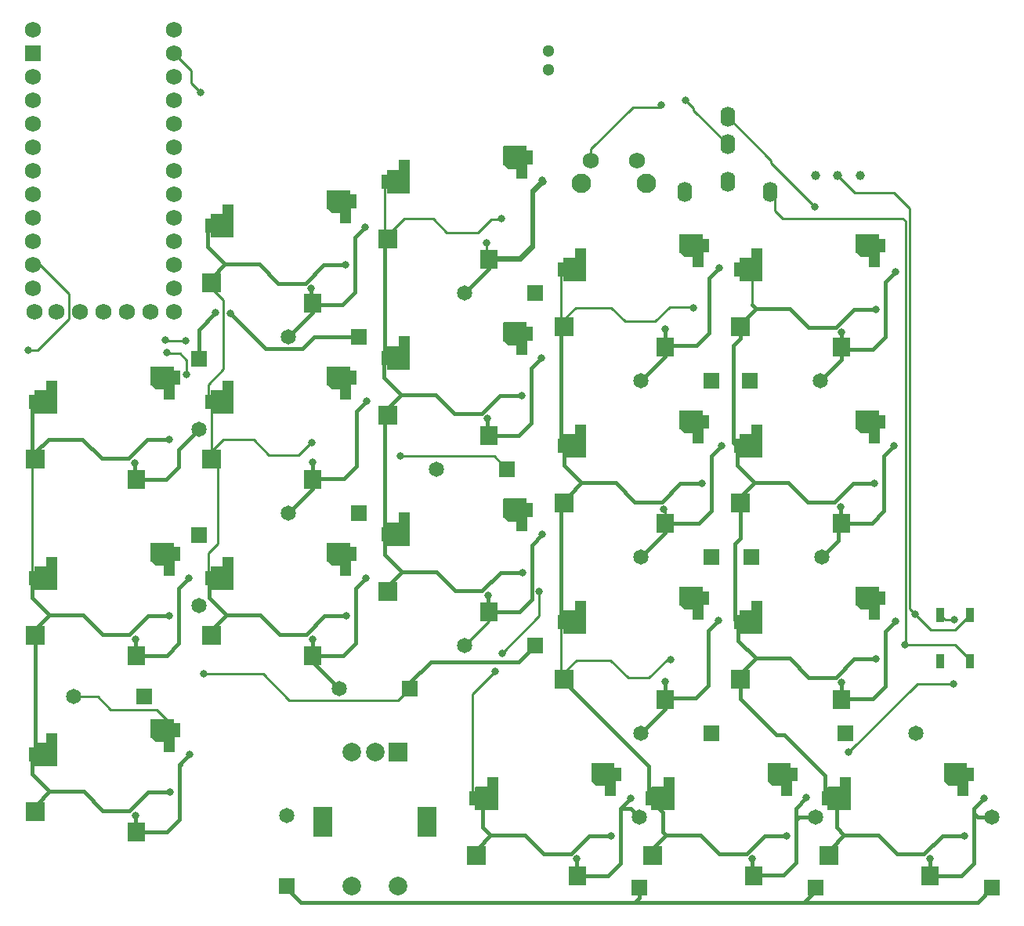
<source format=gbr>
%TF.GenerationSoftware,KiCad,Pcbnew,(5.1.6)-1*%
%TF.CreationDate,2021-05-04T17:20:08-05:00*%
%TF.ProjectId,FlatDox,466c6174-446f-4782-9e6b-696361645f70,rev?*%
%TF.SameCoordinates,Original*%
%TF.FileFunction,Copper,L2,Bot*%
%TF.FilePolarity,Positive*%
%FSLAX46Y46*%
G04 Gerber Fmt 4.6, Leading zero omitted, Abs format (unit mm)*
G04 Created by KiCad (PCBNEW (5.1.6)-1) date 2021-05-04 17:20:08*
%MOMM*%
%LPD*%
G01*
G04 APERTURE LIST*
%TA.AperFunction,ComponentPad*%
%ADD10R,1.300000X2.000000*%
%TD*%
%TA.AperFunction,SMDPad,CuDef*%
%ADD11C,0.100000*%
%TD*%
%TA.AperFunction,SMDPad,CuDef*%
%ADD12R,1.900000X2.000000*%
%TD*%
%TA.AperFunction,SMDPad,CuDef*%
%ADD13R,2.000000X2.000000*%
%TD*%
%TA.AperFunction,ComponentPad*%
%ADD14R,1.651000X1.651000*%
%TD*%
%TA.AperFunction,ComponentPad*%
%ADD15C,1.651000*%
%TD*%
%TA.AperFunction,ComponentPad*%
%ADD16C,1.752600*%
%TD*%
%TA.AperFunction,ComponentPad*%
%ADD17R,1.752600X1.752600*%
%TD*%
%TA.AperFunction,ComponentPad*%
%ADD18R,2.000000X2.000000*%
%TD*%
%TA.AperFunction,ComponentPad*%
%ADD19C,2.000000*%
%TD*%
%TA.AperFunction,ComponentPad*%
%ADD20R,2.000000X3.200000*%
%TD*%
%TA.AperFunction,ComponentPad*%
%ADD21C,2.100000*%
%TD*%
%TA.AperFunction,ComponentPad*%
%ADD22C,1.750000*%
%TD*%
%TA.AperFunction,ComponentPad*%
%ADD23O,1.600000X2.200000*%
%TD*%
%TA.AperFunction,ComponentPad*%
%ADD24C,1.300000*%
%TD*%
%TA.AperFunction,ComponentPad*%
%ADD25C,1.000000*%
%TD*%
%TA.AperFunction,SMDPad,CuDef*%
%ADD26R,0.899160X1.501140*%
%TD*%
%TA.AperFunction,ViaPad*%
%ADD27C,0.800000*%
%TD*%
%TA.AperFunction,Conductor*%
%ADD28C,0.381000*%
%TD*%
%TA.AperFunction,Conductor*%
%ADD29C,0.250000*%
%TD*%
G04 APERTURE END LIST*
D10*
%TO.P,SW15,*%
%TO.N,*%
X152159970Y-109820710D03*
X164859970Y-109820710D03*
%TA.AperFunction,SMDPad,CuDef*%
D11*
%TO.P,SW15,2*%
%TO.N,Net-(D15-Pad1)*%
G36*
X165319725Y-107281671D02*
G01*
X165329104Y-107284516D01*
X165337749Y-107289137D01*
X165345325Y-107295355D01*
X165351543Y-107302931D01*
X165356164Y-107311576D01*
X165359009Y-107320955D01*
X165359970Y-107330710D01*
X165359970Y-107780710D01*
X166059970Y-107780710D01*
X166059970Y-109280710D01*
X165359970Y-109280710D01*
X165359970Y-109730710D01*
X165359009Y-109740465D01*
X165356164Y-109749844D01*
X165351543Y-109758489D01*
X165345325Y-109766065D01*
X165337749Y-109772283D01*
X165329104Y-109776904D01*
X165319725Y-109779749D01*
X165309970Y-109780710D01*
X163409970Y-109780710D01*
X163400215Y-109779749D01*
X163390836Y-109776904D01*
X163378735Y-109769753D01*
X162878735Y-109369753D01*
X162871718Y-109362910D01*
X162866172Y-109354828D01*
X162862308Y-109345820D01*
X162860276Y-109336232D01*
X162859970Y-109330710D01*
X162859970Y-107330710D01*
X162860931Y-107320955D01*
X162863776Y-107311576D01*
X162868397Y-107302931D01*
X162874615Y-107295355D01*
X162882191Y-107289137D01*
X162890836Y-107284516D01*
X162900215Y-107281671D01*
X162909970Y-107280710D01*
X165309970Y-107280710D01*
X165319725Y-107281671D01*
G37*
%TD.AperFunction*%
%TA.AperFunction,SMDPad,CuDef*%
%TO.P,SW15,1*%
%TO.N,Col4*%
G36*
X152719725Y-109881671D02*
G01*
X152729104Y-109884516D01*
X152737749Y-109889137D01*
X152745325Y-109895355D01*
X152751543Y-109902931D01*
X152756164Y-109911576D01*
X152759009Y-109920955D01*
X152759970Y-109930710D01*
X152759970Y-112330710D01*
X152759009Y-112340465D01*
X152756164Y-112349844D01*
X152751543Y-112358489D01*
X152745325Y-112366065D01*
X152737749Y-112372283D01*
X152729104Y-112376904D01*
X152719725Y-112379749D01*
X152709970Y-112380710D01*
X150309970Y-112380710D01*
X150300215Y-112379749D01*
X150290836Y-112376904D01*
X150282191Y-112372283D01*
X150274615Y-112366065D01*
X150268397Y-112358489D01*
X150263776Y-112349844D01*
X150260931Y-112340465D01*
X150259970Y-112330710D01*
X150259970Y-111880710D01*
X149659970Y-111880710D01*
X149659970Y-110380710D01*
X150259970Y-110380710D01*
X150259970Y-109930710D01*
X150260931Y-109920955D01*
X150263776Y-109911576D01*
X150268397Y-109902931D01*
X150274615Y-109895355D01*
X150282191Y-109889137D01*
X150290836Y-109884516D01*
X150300215Y-109881671D01*
X150309970Y-109880710D01*
X152709970Y-109880710D01*
X152719725Y-109881671D01*
G37*
%TD.AperFunction*%
D12*
%TO.P,SW15,2*%
%TO.N,Net-(D15-Pad1)*%
X161309970Y-119530710D03*
D13*
%TO.P,SW15,1*%
%TO.N,Col4*%
X150409970Y-117330710D03*
%TD*%
D10*
%TO.P,SW9,*%
%TO.N,*%
X133109970Y-90770710D03*
X145809970Y-90770710D03*
%TA.AperFunction,SMDPad,CuDef*%
D11*
%TO.P,SW9,2*%
%TO.N,Net-(D9-Pad1)*%
G36*
X146269725Y-88231671D02*
G01*
X146279104Y-88234516D01*
X146287749Y-88239137D01*
X146295325Y-88245355D01*
X146301543Y-88252931D01*
X146306164Y-88261576D01*
X146309009Y-88270955D01*
X146309970Y-88280710D01*
X146309970Y-88730710D01*
X147009970Y-88730710D01*
X147009970Y-90230710D01*
X146309970Y-90230710D01*
X146309970Y-90680710D01*
X146309009Y-90690465D01*
X146306164Y-90699844D01*
X146301543Y-90708489D01*
X146295325Y-90716065D01*
X146287749Y-90722283D01*
X146279104Y-90726904D01*
X146269725Y-90729749D01*
X146259970Y-90730710D01*
X144359970Y-90730710D01*
X144350215Y-90729749D01*
X144340836Y-90726904D01*
X144328735Y-90719753D01*
X143828735Y-90319753D01*
X143821718Y-90312910D01*
X143816172Y-90304828D01*
X143812308Y-90295820D01*
X143810276Y-90286232D01*
X143809970Y-90280710D01*
X143809970Y-88280710D01*
X143810931Y-88270955D01*
X143813776Y-88261576D01*
X143818397Y-88252931D01*
X143824615Y-88245355D01*
X143832191Y-88239137D01*
X143840836Y-88234516D01*
X143850215Y-88231671D01*
X143859970Y-88230710D01*
X146259970Y-88230710D01*
X146269725Y-88231671D01*
G37*
%TD.AperFunction*%
%TA.AperFunction,SMDPad,CuDef*%
%TO.P,SW9,1*%
%TO.N,Col3*%
G36*
X133669725Y-90831671D02*
G01*
X133679104Y-90834516D01*
X133687749Y-90839137D01*
X133695325Y-90845355D01*
X133701543Y-90852931D01*
X133706164Y-90861576D01*
X133709009Y-90870955D01*
X133709970Y-90880710D01*
X133709970Y-93280710D01*
X133709009Y-93290465D01*
X133706164Y-93299844D01*
X133701543Y-93308489D01*
X133695325Y-93316065D01*
X133687749Y-93322283D01*
X133679104Y-93326904D01*
X133669725Y-93329749D01*
X133659970Y-93330710D01*
X131259970Y-93330710D01*
X131250215Y-93329749D01*
X131240836Y-93326904D01*
X131232191Y-93322283D01*
X131224615Y-93316065D01*
X131218397Y-93308489D01*
X131213776Y-93299844D01*
X131210931Y-93290465D01*
X131209970Y-93280710D01*
X131209970Y-92830710D01*
X130609970Y-92830710D01*
X130609970Y-91330710D01*
X131209970Y-91330710D01*
X131209970Y-90880710D01*
X131210931Y-90870955D01*
X131213776Y-90861576D01*
X131218397Y-90852931D01*
X131224615Y-90845355D01*
X131232191Y-90839137D01*
X131240836Y-90834516D01*
X131250215Y-90831671D01*
X131259970Y-90830710D01*
X133659970Y-90830710D01*
X133669725Y-90831671D01*
G37*
%TD.AperFunction*%
D12*
%TO.P,SW9,2*%
%TO.N,Net-(D9-Pad1)*%
X142259970Y-100480710D03*
D13*
%TO.P,SW9,1*%
%TO.N,Col3*%
X131359970Y-98280710D03*
%TD*%
D10*
%TO.P,SW17,*%
%TO.N,*%
X123584970Y-128870710D03*
X136284970Y-128870710D03*
%TA.AperFunction,SMDPad,CuDef*%
D11*
%TO.P,SW17,2*%
%TO.N,Net-(D17-Pad1)*%
G36*
X136744725Y-126331671D02*
G01*
X136754104Y-126334516D01*
X136762749Y-126339137D01*
X136770325Y-126345355D01*
X136776543Y-126352931D01*
X136781164Y-126361576D01*
X136784009Y-126370955D01*
X136784970Y-126380710D01*
X136784970Y-126830710D01*
X137484970Y-126830710D01*
X137484970Y-128330710D01*
X136784970Y-128330710D01*
X136784970Y-128780710D01*
X136784009Y-128790465D01*
X136781164Y-128799844D01*
X136776543Y-128808489D01*
X136770325Y-128816065D01*
X136762749Y-128822283D01*
X136754104Y-128826904D01*
X136744725Y-128829749D01*
X136734970Y-128830710D01*
X134834970Y-128830710D01*
X134825215Y-128829749D01*
X134815836Y-128826904D01*
X134803735Y-128819753D01*
X134303735Y-128419753D01*
X134296718Y-128412910D01*
X134291172Y-128404828D01*
X134287308Y-128395820D01*
X134285276Y-128386232D01*
X134284970Y-128380710D01*
X134284970Y-126380710D01*
X134285931Y-126370955D01*
X134288776Y-126361576D01*
X134293397Y-126352931D01*
X134299615Y-126345355D01*
X134307191Y-126339137D01*
X134315836Y-126334516D01*
X134325215Y-126331671D01*
X134334970Y-126330710D01*
X136734970Y-126330710D01*
X136744725Y-126331671D01*
G37*
%TD.AperFunction*%
%TA.AperFunction,SMDPad,CuDef*%
%TO.P,SW17,1*%
%TO.N,Col2*%
G36*
X124144725Y-128931671D02*
G01*
X124154104Y-128934516D01*
X124162749Y-128939137D01*
X124170325Y-128945355D01*
X124176543Y-128952931D01*
X124181164Y-128961576D01*
X124184009Y-128970955D01*
X124184970Y-128980710D01*
X124184970Y-131380710D01*
X124184009Y-131390465D01*
X124181164Y-131399844D01*
X124176543Y-131408489D01*
X124170325Y-131416065D01*
X124162749Y-131422283D01*
X124154104Y-131426904D01*
X124144725Y-131429749D01*
X124134970Y-131430710D01*
X121734970Y-131430710D01*
X121725215Y-131429749D01*
X121715836Y-131426904D01*
X121707191Y-131422283D01*
X121699615Y-131416065D01*
X121693397Y-131408489D01*
X121688776Y-131399844D01*
X121685931Y-131390465D01*
X121684970Y-131380710D01*
X121684970Y-130930710D01*
X121084970Y-130930710D01*
X121084970Y-129430710D01*
X121684970Y-129430710D01*
X121684970Y-128980710D01*
X121685931Y-128970955D01*
X121688776Y-128961576D01*
X121693397Y-128952931D01*
X121699615Y-128945355D01*
X121707191Y-128939137D01*
X121715836Y-128934516D01*
X121725215Y-128931671D01*
X121734970Y-128930710D01*
X124134970Y-128930710D01*
X124144725Y-128931671D01*
G37*
%TD.AperFunction*%
D12*
%TO.P,SW17,2*%
%TO.N,Net-(D17-Pad1)*%
X132734970Y-138580710D03*
D13*
%TO.P,SW17,1*%
%TO.N,Col2*%
X121834970Y-136380710D03*
%TD*%
D10*
%TO.P,SW8,*%
%TO.N,*%
X114059970Y-81245710D03*
X126759970Y-81245710D03*
%TA.AperFunction,SMDPad,CuDef*%
D11*
%TO.P,SW8,2*%
%TO.N,Net-(D8-Pad1)*%
G36*
X127219725Y-78706671D02*
G01*
X127229104Y-78709516D01*
X127237749Y-78714137D01*
X127245325Y-78720355D01*
X127251543Y-78727931D01*
X127256164Y-78736576D01*
X127259009Y-78745955D01*
X127259970Y-78755710D01*
X127259970Y-79205710D01*
X127959970Y-79205710D01*
X127959970Y-80705710D01*
X127259970Y-80705710D01*
X127259970Y-81155710D01*
X127259009Y-81165465D01*
X127256164Y-81174844D01*
X127251543Y-81183489D01*
X127245325Y-81191065D01*
X127237749Y-81197283D01*
X127229104Y-81201904D01*
X127219725Y-81204749D01*
X127209970Y-81205710D01*
X125309970Y-81205710D01*
X125300215Y-81204749D01*
X125290836Y-81201904D01*
X125278735Y-81194753D01*
X124778735Y-80794753D01*
X124771718Y-80787910D01*
X124766172Y-80779828D01*
X124762308Y-80770820D01*
X124760276Y-80761232D01*
X124759970Y-80755710D01*
X124759970Y-78755710D01*
X124760931Y-78745955D01*
X124763776Y-78736576D01*
X124768397Y-78727931D01*
X124774615Y-78720355D01*
X124782191Y-78714137D01*
X124790836Y-78709516D01*
X124800215Y-78706671D01*
X124809970Y-78705710D01*
X127209970Y-78705710D01*
X127219725Y-78706671D01*
G37*
%TD.AperFunction*%
%TA.AperFunction,SMDPad,CuDef*%
%TO.P,SW8,1*%
%TO.N,Col2*%
G36*
X114619725Y-81306671D02*
G01*
X114629104Y-81309516D01*
X114637749Y-81314137D01*
X114645325Y-81320355D01*
X114651543Y-81327931D01*
X114656164Y-81336576D01*
X114659009Y-81345955D01*
X114659970Y-81355710D01*
X114659970Y-83755710D01*
X114659009Y-83765465D01*
X114656164Y-83774844D01*
X114651543Y-83783489D01*
X114645325Y-83791065D01*
X114637749Y-83797283D01*
X114629104Y-83801904D01*
X114619725Y-83804749D01*
X114609970Y-83805710D01*
X112209970Y-83805710D01*
X112200215Y-83804749D01*
X112190836Y-83801904D01*
X112182191Y-83797283D01*
X112174615Y-83791065D01*
X112168397Y-83783489D01*
X112163776Y-83774844D01*
X112160931Y-83765465D01*
X112159970Y-83755710D01*
X112159970Y-83305710D01*
X111559970Y-83305710D01*
X111559970Y-81805710D01*
X112159970Y-81805710D01*
X112159970Y-81355710D01*
X112160931Y-81345955D01*
X112163776Y-81336576D01*
X112168397Y-81327931D01*
X112174615Y-81320355D01*
X112182191Y-81314137D01*
X112190836Y-81309516D01*
X112200215Y-81306671D01*
X112209970Y-81305710D01*
X114609970Y-81305710D01*
X114619725Y-81306671D01*
G37*
%TD.AperFunction*%
D12*
%TO.P,SW8,2*%
%TO.N,Net-(D8-Pad1)*%
X123209970Y-90955710D03*
D13*
%TO.P,SW8,1*%
%TO.N,Col2*%
X112309970Y-88755710D03*
%TD*%
D10*
%TO.P,SW4,*%
%TO.N,*%
X133109970Y-71720710D03*
X145809970Y-71720710D03*
%TA.AperFunction,SMDPad,CuDef*%
D11*
%TO.P,SW4,2*%
%TO.N,Net-(D4-Pad1)*%
G36*
X146269725Y-69181671D02*
G01*
X146279104Y-69184516D01*
X146287749Y-69189137D01*
X146295325Y-69195355D01*
X146301543Y-69202931D01*
X146306164Y-69211576D01*
X146309009Y-69220955D01*
X146309970Y-69230710D01*
X146309970Y-69680710D01*
X147009970Y-69680710D01*
X147009970Y-71180710D01*
X146309970Y-71180710D01*
X146309970Y-71630710D01*
X146309009Y-71640465D01*
X146306164Y-71649844D01*
X146301543Y-71658489D01*
X146295325Y-71666065D01*
X146287749Y-71672283D01*
X146279104Y-71676904D01*
X146269725Y-71679749D01*
X146259970Y-71680710D01*
X144359970Y-71680710D01*
X144350215Y-71679749D01*
X144340836Y-71676904D01*
X144328735Y-71669753D01*
X143828735Y-71269753D01*
X143821718Y-71262910D01*
X143816172Y-71254828D01*
X143812308Y-71245820D01*
X143810276Y-71236232D01*
X143809970Y-71230710D01*
X143809970Y-69230710D01*
X143810931Y-69220955D01*
X143813776Y-69211576D01*
X143818397Y-69202931D01*
X143824615Y-69195355D01*
X143832191Y-69189137D01*
X143840836Y-69184516D01*
X143850215Y-69181671D01*
X143859970Y-69180710D01*
X146259970Y-69180710D01*
X146269725Y-69181671D01*
G37*
%TD.AperFunction*%
%TA.AperFunction,SMDPad,CuDef*%
%TO.P,SW4,1*%
%TO.N,Col3*%
G36*
X133669725Y-71781671D02*
G01*
X133679104Y-71784516D01*
X133687749Y-71789137D01*
X133695325Y-71795355D01*
X133701543Y-71802931D01*
X133706164Y-71811576D01*
X133709009Y-71820955D01*
X133709970Y-71830710D01*
X133709970Y-74230710D01*
X133709009Y-74240465D01*
X133706164Y-74249844D01*
X133701543Y-74258489D01*
X133695325Y-74266065D01*
X133687749Y-74272283D01*
X133679104Y-74276904D01*
X133669725Y-74279749D01*
X133659970Y-74280710D01*
X131259970Y-74280710D01*
X131250215Y-74279749D01*
X131240836Y-74276904D01*
X131232191Y-74272283D01*
X131224615Y-74266065D01*
X131218397Y-74258489D01*
X131213776Y-74249844D01*
X131210931Y-74240465D01*
X131209970Y-74230710D01*
X131209970Y-73780710D01*
X130609970Y-73780710D01*
X130609970Y-72280710D01*
X131209970Y-72280710D01*
X131209970Y-71830710D01*
X131210931Y-71820955D01*
X131213776Y-71811576D01*
X131218397Y-71802931D01*
X131224615Y-71795355D01*
X131232191Y-71789137D01*
X131240836Y-71784516D01*
X131250215Y-71781671D01*
X131259970Y-71780710D01*
X133659970Y-71780710D01*
X133669725Y-71781671D01*
G37*
%TD.AperFunction*%
D12*
%TO.P,SW4,2*%
%TO.N,Net-(D4-Pad1)*%
X142259970Y-81430710D03*
D13*
%TO.P,SW4,1*%
%TO.N,Col3*%
X131359970Y-79230710D03*
%TD*%
D10*
%TO.P,SW18,*%
%TO.N,*%
X142634970Y-128870710D03*
X155334970Y-128870710D03*
%TA.AperFunction,SMDPad,CuDef*%
D11*
%TO.P,SW18,2*%
%TO.N,Net-(D18-Pad1)*%
G36*
X155794725Y-126331671D02*
G01*
X155804104Y-126334516D01*
X155812749Y-126339137D01*
X155820325Y-126345355D01*
X155826543Y-126352931D01*
X155831164Y-126361576D01*
X155834009Y-126370955D01*
X155834970Y-126380710D01*
X155834970Y-126830710D01*
X156534970Y-126830710D01*
X156534970Y-128330710D01*
X155834970Y-128330710D01*
X155834970Y-128780710D01*
X155834009Y-128790465D01*
X155831164Y-128799844D01*
X155826543Y-128808489D01*
X155820325Y-128816065D01*
X155812749Y-128822283D01*
X155804104Y-128826904D01*
X155794725Y-128829749D01*
X155784970Y-128830710D01*
X153884970Y-128830710D01*
X153875215Y-128829749D01*
X153865836Y-128826904D01*
X153853735Y-128819753D01*
X153353735Y-128419753D01*
X153346718Y-128412910D01*
X153341172Y-128404828D01*
X153337308Y-128395820D01*
X153335276Y-128386232D01*
X153334970Y-128380710D01*
X153334970Y-126380710D01*
X153335931Y-126370955D01*
X153338776Y-126361576D01*
X153343397Y-126352931D01*
X153349615Y-126345355D01*
X153357191Y-126339137D01*
X153365836Y-126334516D01*
X153375215Y-126331671D01*
X153384970Y-126330710D01*
X155784970Y-126330710D01*
X155794725Y-126331671D01*
G37*
%TD.AperFunction*%
%TA.AperFunction,SMDPad,CuDef*%
%TO.P,SW18,1*%
%TO.N,Col3*%
G36*
X143194725Y-128931671D02*
G01*
X143204104Y-128934516D01*
X143212749Y-128939137D01*
X143220325Y-128945355D01*
X143226543Y-128952931D01*
X143231164Y-128961576D01*
X143234009Y-128970955D01*
X143234970Y-128980710D01*
X143234970Y-131380710D01*
X143234009Y-131390465D01*
X143231164Y-131399844D01*
X143226543Y-131408489D01*
X143220325Y-131416065D01*
X143212749Y-131422283D01*
X143204104Y-131426904D01*
X143194725Y-131429749D01*
X143184970Y-131430710D01*
X140784970Y-131430710D01*
X140775215Y-131429749D01*
X140765836Y-131426904D01*
X140757191Y-131422283D01*
X140749615Y-131416065D01*
X140743397Y-131408489D01*
X140738776Y-131399844D01*
X140735931Y-131390465D01*
X140734970Y-131380710D01*
X140734970Y-130930710D01*
X140134970Y-130930710D01*
X140134970Y-129430710D01*
X140734970Y-129430710D01*
X140734970Y-128980710D01*
X140735931Y-128970955D01*
X140738776Y-128961576D01*
X140743397Y-128952931D01*
X140749615Y-128945355D01*
X140757191Y-128939137D01*
X140765836Y-128934516D01*
X140775215Y-128931671D01*
X140784970Y-128930710D01*
X143184970Y-128930710D01*
X143194725Y-128931671D01*
G37*
%TD.AperFunction*%
D12*
%TO.P,SW18,2*%
%TO.N,Net-(D18-Pad1)*%
X151784970Y-138580710D03*
D13*
%TO.P,SW18,1*%
%TO.N,Col3*%
X140884970Y-136380710D03*
%TD*%
D10*
%TO.P,SW5,*%
%TO.N,*%
X152159970Y-71720710D03*
X164859970Y-71720710D03*
%TA.AperFunction,SMDPad,CuDef*%
D11*
%TO.P,SW5,2*%
%TO.N,Net-(D5-Pad1)*%
G36*
X165319725Y-69181671D02*
G01*
X165329104Y-69184516D01*
X165337749Y-69189137D01*
X165345325Y-69195355D01*
X165351543Y-69202931D01*
X165356164Y-69211576D01*
X165359009Y-69220955D01*
X165359970Y-69230710D01*
X165359970Y-69680710D01*
X166059970Y-69680710D01*
X166059970Y-71180710D01*
X165359970Y-71180710D01*
X165359970Y-71630710D01*
X165359009Y-71640465D01*
X165356164Y-71649844D01*
X165351543Y-71658489D01*
X165345325Y-71666065D01*
X165337749Y-71672283D01*
X165329104Y-71676904D01*
X165319725Y-71679749D01*
X165309970Y-71680710D01*
X163409970Y-71680710D01*
X163400215Y-71679749D01*
X163390836Y-71676904D01*
X163378735Y-71669753D01*
X162878735Y-71269753D01*
X162871718Y-71262910D01*
X162866172Y-71254828D01*
X162862308Y-71245820D01*
X162860276Y-71236232D01*
X162859970Y-71230710D01*
X162859970Y-69230710D01*
X162860931Y-69220955D01*
X162863776Y-69211576D01*
X162868397Y-69202931D01*
X162874615Y-69195355D01*
X162882191Y-69189137D01*
X162890836Y-69184516D01*
X162900215Y-69181671D01*
X162909970Y-69180710D01*
X165309970Y-69180710D01*
X165319725Y-69181671D01*
G37*
%TD.AperFunction*%
%TA.AperFunction,SMDPad,CuDef*%
%TO.P,SW5,1*%
%TO.N,Col4*%
G36*
X152719725Y-71781671D02*
G01*
X152729104Y-71784516D01*
X152737749Y-71789137D01*
X152745325Y-71795355D01*
X152751543Y-71802931D01*
X152756164Y-71811576D01*
X152759009Y-71820955D01*
X152759970Y-71830710D01*
X152759970Y-74230710D01*
X152759009Y-74240465D01*
X152756164Y-74249844D01*
X152751543Y-74258489D01*
X152745325Y-74266065D01*
X152737749Y-74272283D01*
X152729104Y-74276904D01*
X152719725Y-74279749D01*
X152709970Y-74280710D01*
X150309970Y-74280710D01*
X150300215Y-74279749D01*
X150290836Y-74276904D01*
X150282191Y-74272283D01*
X150274615Y-74266065D01*
X150268397Y-74258489D01*
X150263776Y-74249844D01*
X150260931Y-74240465D01*
X150259970Y-74230710D01*
X150259970Y-73780710D01*
X149659970Y-73780710D01*
X149659970Y-72280710D01*
X150259970Y-72280710D01*
X150259970Y-71830710D01*
X150260931Y-71820955D01*
X150263776Y-71811576D01*
X150268397Y-71802931D01*
X150274615Y-71795355D01*
X150282191Y-71789137D01*
X150290836Y-71784516D01*
X150300215Y-71781671D01*
X150309970Y-71780710D01*
X152709970Y-71780710D01*
X152719725Y-71781671D01*
G37*
%TD.AperFunction*%
D12*
%TO.P,SW5,2*%
%TO.N,Net-(D5-Pad1)*%
X161309970Y-81430710D03*
D13*
%TO.P,SW5,1*%
%TO.N,Col4*%
X150409970Y-79230710D03*
%TD*%
D10*
%TO.P,SW12,*%
%TO.N,*%
X95009970Y-105058210D03*
X107709970Y-105058210D03*
%TA.AperFunction,SMDPad,CuDef*%
D11*
%TO.P,SW12,2*%
%TO.N,Net-(D12-Pad1)*%
G36*
X108169725Y-102519171D02*
G01*
X108179104Y-102522016D01*
X108187749Y-102526637D01*
X108195325Y-102532855D01*
X108201543Y-102540431D01*
X108206164Y-102549076D01*
X108209009Y-102558455D01*
X108209970Y-102568210D01*
X108209970Y-103018210D01*
X108909970Y-103018210D01*
X108909970Y-104518210D01*
X108209970Y-104518210D01*
X108209970Y-104968210D01*
X108209009Y-104977965D01*
X108206164Y-104987344D01*
X108201543Y-104995989D01*
X108195325Y-105003565D01*
X108187749Y-105009783D01*
X108179104Y-105014404D01*
X108169725Y-105017249D01*
X108159970Y-105018210D01*
X106259970Y-105018210D01*
X106250215Y-105017249D01*
X106240836Y-105014404D01*
X106228735Y-105007253D01*
X105728735Y-104607253D01*
X105721718Y-104600410D01*
X105716172Y-104592328D01*
X105712308Y-104583320D01*
X105710276Y-104573732D01*
X105709970Y-104568210D01*
X105709970Y-102568210D01*
X105710931Y-102558455D01*
X105713776Y-102549076D01*
X105718397Y-102540431D01*
X105724615Y-102532855D01*
X105732191Y-102526637D01*
X105740836Y-102522016D01*
X105750215Y-102519171D01*
X105759970Y-102518210D01*
X108159970Y-102518210D01*
X108169725Y-102519171D01*
G37*
%TD.AperFunction*%
%TA.AperFunction,SMDPad,CuDef*%
%TO.P,SW12,1*%
%TO.N,Col1*%
G36*
X95569725Y-105119171D02*
G01*
X95579104Y-105122016D01*
X95587749Y-105126637D01*
X95595325Y-105132855D01*
X95601543Y-105140431D01*
X95606164Y-105149076D01*
X95609009Y-105158455D01*
X95609970Y-105168210D01*
X95609970Y-107568210D01*
X95609009Y-107577965D01*
X95606164Y-107587344D01*
X95601543Y-107595989D01*
X95595325Y-107603565D01*
X95587749Y-107609783D01*
X95579104Y-107614404D01*
X95569725Y-107617249D01*
X95559970Y-107618210D01*
X93159970Y-107618210D01*
X93150215Y-107617249D01*
X93140836Y-107614404D01*
X93132191Y-107609783D01*
X93124615Y-107603565D01*
X93118397Y-107595989D01*
X93113776Y-107587344D01*
X93110931Y-107577965D01*
X93109970Y-107568210D01*
X93109970Y-107118210D01*
X92509970Y-107118210D01*
X92509970Y-105618210D01*
X93109970Y-105618210D01*
X93109970Y-105168210D01*
X93110931Y-105158455D01*
X93113776Y-105149076D01*
X93118397Y-105140431D01*
X93124615Y-105132855D01*
X93132191Y-105126637D01*
X93140836Y-105122016D01*
X93150215Y-105119171D01*
X93159970Y-105118210D01*
X95559970Y-105118210D01*
X95569725Y-105119171D01*
G37*
%TD.AperFunction*%
D12*
%TO.P,SW12,2*%
%TO.N,Net-(D12-Pad1)*%
X104159970Y-114768210D03*
D13*
%TO.P,SW12,1*%
%TO.N,Col1*%
X93259970Y-112568210D03*
%TD*%
D10*
%TO.P,SW14,*%
%TO.N,*%
X133109970Y-109820710D03*
X145809970Y-109820710D03*
%TA.AperFunction,SMDPad,CuDef*%
D11*
%TO.P,SW14,2*%
%TO.N,Net-(D14-Pad1)*%
G36*
X146269725Y-107281671D02*
G01*
X146279104Y-107284516D01*
X146287749Y-107289137D01*
X146295325Y-107295355D01*
X146301543Y-107302931D01*
X146306164Y-107311576D01*
X146309009Y-107320955D01*
X146309970Y-107330710D01*
X146309970Y-107780710D01*
X147009970Y-107780710D01*
X147009970Y-109280710D01*
X146309970Y-109280710D01*
X146309970Y-109730710D01*
X146309009Y-109740465D01*
X146306164Y-109749844D01*
X146301543Y-109758489D01*
X146295325Y-109766065D01*
X146287749Y-109772283D01*
X146279104Y-109776904D01*
X146269725Y-109779749D01*
X146259970Y-109780710D01*
X144359970Y-109780710D01*
X144350215Y-109779749D01*
X144340836Y-109776904D01*
X144328735Y-109769753D01*
X143828735Y-109369753D01*
X143821718Y-109362910D01*
X143816172Y-109354828D01*
X143812308Y-109345820D01*
X143810276Y-109336232D01*
X143809970Y-109330710D01*
X143809970Y-107330710D01*
X143810931Y-107320955D01*
X143813776Y-107311576D01*
X143818397Y-107302931D01*
X143824615Y-107295355D01*
X143832191Y-107289137D01*
X143840836Y-107284516D01*
X143850215Y-107281671D01*
X143859970Y-107280710D01*
X146259970Y-107280710D01*
X146269725Y-107281671D01*
G37*
%TD.AperFunction*%
%TA.AperFunction,SMDPad,CuDef*%
%TO.P,SW14,1*%
%TO.N,Col3*%
G36*
X133669725Y-109881671D02*
G01*
X133679104Y-109884516D01*
X133687749Y-109889137D01*
X133695325Y-109895355D01*
X133701543Y-109902931D01*
X133706164Y-109911576D01*
X133709009Y-109920955D01*
X133709970Y-109930710D01*
X133709970Y-112330710D01*
X133709009Y-112340465D01*
X133706164Y-112349844D01*
X133701543Y-112358489D01*
X133695325Y-112366065D01*
X133687749Y-112372283D01*
X133679104Y-112376904D01*
X133669725Y-112379749D01*
X133659970Y-112380710D01*
X131259970Y-112380710D01*
X131250215Y-112379749D01*
X131240836Y-112376904D01*
X131232191Y-112372283D01*
X131224615Y-112366065D01*
X131218397Y-112358489D01*
X131213776Y-112349844D01*
X131210931Y-112340465D01*
X131209970Y-112330710D01*
X131209970Y-111880710D01*
X130609970Y-111880710D01*
X130609970Y-110380710D01*
X131209970Y-110380710D01*
X131209970Y-109930710D01*
X131210931Y-109920955D01*
X131213776Y-109911576D01*
X131218397Y-109902931D01*
X131224615Y-109895355D01*
X131232191Y-109889137D01*
X131240836Y-109884516D01*
X131250215Y-109881671D01*
X131259970Y-109880710D01*
X133659970Y-109880710D01*
X133669725Y-109881671D01*
G37*
%TD.AperFunction*%
D12*
%TO.P,SW14,2*%
%TO.N,Net-(D14-Pad1)*%
X142259970Y-119530710D03*
D13*
%TO.P,SW14,1*%
%TO.N,Col3*%
X131359970Y-117330710D03*
%TD*%
D10*
%TO.P,SW6,*%
%TO.N,*%
X75959970Y-105058210D03*
X88659970Y-105058210D03*
%TA.AperFunction,SMDPad,CuDef*%
D11*
%TO.P,SW6,2*%
%TO.N,Net-(D6-Pad1)*%
G36*
X89119725Y-102519171D02*
G01*
X89129104Y-102522016D01*
X89137749Y-102526637D01*
X89145325Y-102532855D01*
X89151543Y-102540431D01*
X89156164Y-102549076D01*
X89159009Y-102558455D01*
X89159970Y-102568210D01*
X89159970Y-103018210D01*
X89859970Y-103018210D01*
X89859970Y-104518210D01*
X89159970Y-104518210D01*
X89159970Y-104968210D01*
X89159009Y-104977965D01*
X89156164Y-104987344D01*
X89151543Y-104995989D01*
X89145325Y-105003565D01*
X89137749Y-105009783D01*
X89129104Y-105014404D01*
X89119725Y-105017249D01*
X89109970Y-105018210D01*
X87209970Y-105018210D01*
X87200215Y-105017249D01*
X87190836Y-105014404D01*
X87178735Y-105007253D01*
X86678735Y-104607253D01*
X86671718Y-104600410D01*
X86666172Y-104592328D01*
X86662308Y-104583320D01*
X86660276Y-104573732D01*
X86659970Y-104568210D01*
X86659970Y-102568210D01*
X86660931Y-102558455D01*
X86663776Y-102549076D01*
X86668397Y-102540431D01*
X86674615Y-102532855D01*
X86682191Y-102526637D01*
X86690836Y-102522016D01*
X86700215Y-102519171D01*
X86709970Y-102518210D01*
X89109970Y-102518210D01*
X89119725Y-102519171D01*
G37*
%TD.AperFunction*%
%TA.AperFunction,SMDPad,CuDef*%
%TO.P,SW6,1*%
%TO.N,Col0*%
G36*
X76519725Y-105119171D02*
G01*
X76529104Y-105122016D01*
X76537749Y-105126637D01*
X76545325Y-105132855D01*
X76551543Y-105140431D01*
X76556164Y-105149076D01*
X76559009Y-105158455D01*
X76559970Y-105168210D01*
X76559970Y-107568210D01*
X76559009Y-107577965D01*
X76556164Y-107587344D01*
X76551543Y-107595989D01*
X76545325Y-107603565D01*
X76537749Y-107609783D01*
X76529104Y-107614404D01*
X76519725Y-107617249D01*
X76509970Y-107618210D01*
X74109970Y-107618210D01*
X74100215Y-107617249D01*
X74090836Y-107614404D01*
X74082191Y-107609783D01*
X74074615Y-107603565D01*
X74068397Y-107595989D01*
X74063776Y-107587344D01*
X74060931Y-107577965D01*
X74059970Y-107568210D01*
X74059970Y-107118210D01*
X73459970Y-107118210D01*
X73459970Y-105618210D01*
X74059970Y-105618210D01*
X74059970Y-105168210D01*
X74060931Y-105158455D01*
X74063776Y-105149076D01*
X74068397Y-105140431D01*
X74074615Y-105132855D01*
X74082191Y-105126637D01*
X74090836Y-105122016D01*
X74100215Y-105119171D01*
X74109970Y-105118210D01*
X76509970Y-105118210D01*
X76519725Y-105119171D01*
G37*
%TD.AperFunction*%
D12*
%TO.P,SW6,2*%
%TO.N,Net-(D6-Pad1)*%
X85109970Y-114768210D03*
D13*
%TO.P,SW6,1*%
%TO.N,Col0*%
X74209970Y-112568210D03*
%TD*%
D10*
%TO.P,SW13,*%
%TO.N,*%
X114059970Y-100295710D03*
X126759970Y-100295710D03*
%TA.AperFunction,SMDPad,CuDef*%
D11*
%TO.P,SW13,2*%
%TO.N,Net-(D13-Pad1)*%
G36*
X127219725Y-97756671D02*
G01*
X127229104Y-97759516D01*
X127237749Y-97764137D01*
X127245325Y-97770355D01*
X127251543Y-97777931D01*
X127256164Y-97786576D01*
X127259009Y-97795955D01*
X127259970Y-97805710D01*
X127259970Y-98255710D01*
X127959970Y-98255710D01*
X127959970Y-99755710D01*
X127259970Y-99755710D01*
X127259970Y-100205710D01*
X127259009Y-100215465D01*
X127256164Y-100224844D01*
X127251543Y-100233489D01*
X127245325Y-100241065D01*
X127237749Y-100247283D01*
X127229104Y-100251904D01*
X127219725Y-100254749D01*
X127209970Y-100255710D01*
X125309970Y-100255710D01*
X125300215Y-100254749D01*
X125290836Y-100251904D01*
X125278735Y-100244753D01*
X124778735Y-99844753D01*
X124771718Y-99837910D01*
X124766172Y-99829828D01*
X124762308Y-99820820D01*
X124760276Y-99811232D01*
X124759970Y-99805710D01*
X124759970Y-97805710D01*
X124760931Y-97795955D01*
X124763776Y-97786576D01*
X124768397Y-97777931D01*
X124774615Y-97770355D01*
X124782191Y-97764137D01*
X124790836Y-97759516D01*
X124800215Y-97756671D01*
X124809970Y-97755710D01*
X127209970Y-97755710D01*
X127219725Y-97756671D01*
G37*
%TD.AperFunction*%
%TA.AperFunction,SMDPad,CuDef*%
%TO.P,SW13,1*%
%TO.N,Col2*%
G36*
X114619725Y-100356671D02*
G01*
X114629104Y-100359516D01*
X114637749Y-100364137D01*
X114645325Y-100370355D01*
X114651543Y-100377931D01*
X114656164Y-100386576D01*
X114659009Y-100395955D01*
X114659970Y-100405710D01*
X114659970Y-102805710D01*
X114659009Y-102815465D01*
X114656164Y-102824844D01*
X114651543Y-102833489D01*
X114645325Y-102841065D01*
X114637749Y-102847283D01*
X114629104Y-102851904D01*
X114619725Y-102854749D01*
X114609970Y-102855710D01*
X112209970Y-102855710D01*
X112200215Y-102854749D01*
X112190836Y-102851904D01*
X112182191Y-102847283D01*
X112174615Y-102841065D01*
X112168397Y-102833489D01*
X112163776Y-102824844D01*
X112160931Y-102815465D01*
X112159970Y-102805710D01*
X112159970Y-102355710D01*
X111559970Y-102355710D01*
X111559970Y-100855710D01*
X112159970Y-100855710D01*
X112159970Y-100405710D01*
X112160931Y-100395955D01*
X112163776Y-100386576D01*
X112168397Y-100377931D01*
X112174615Y-100370355D01*
X112182191Y-100364137D01*
X112190836Y-100359516D01*
X112200215Y-100356671D01*
X112209970Y-100355710D01*
X114609970Y-100355710D01*
X114619725Y-100356671D01*
G37*
%TD.AperFunction*%
D12*
%TO.P,SW13,2*%
%TO.N,Net-(D13-Pad1)*%
X123209970Y-110005710D03*
D13*
%TO.P,SW13,1*%
%TO.N,Col2*%
X112309970Y-107805710D03*
%TD*%
D10*
%TO.P,SW11,*%
%TO.N,*%
X75959970Y-124108210D03*
X88659970Y-124108210D03*
%TA.AperFunction,SMDPad,CuDef*%
D11*
%TO.P,SW11,2*%
%TO.N,Net-(D11-Pad1)*%
G36*
X89119725Y-121569171D02*
G01*
X89129104Y-121572016D01*
X89137749Y-121576637D01*
X89145325Y-121582855D01*
X89151543Y-121590431D01*
X89156164Y-121599076D01*
X89159009Y-121608455D01*
X89159970Y-121618210D01*
X89159970Y-122068210D01*
X89859970Y-122068210D01*
X89859970Y-123568210D01*
X89159970Y-123568210D01*
X89159970Y-124018210D01*
X89159009Y-124027965D01*
X89156164Y-124037344D01*
X89151543Y-124045989D01*
X89145325Y-124053565D01*
X89137749Y-124059783D01*
X89129104Y-124064404D01*
X89119725Y-124067249D01*
X89109970Y-124068210D01*
X87209970Y-124068210D01*
X87200215Y-124067249D01*
X87190836Y-124064404D01*
X87178735Y-124057253D01*
X86678735Y-123657253D01*
X86671718Y-123650410D01*
X86666172Y-123642328D01*
X86662308Y-123633320D01*
X86660276Y-123623732D01*
X86659970Y-123618210D01*
X86659970Y-121618210D01*
X86660931Y-121608455D01*
X86663776Y-121599076D01*
X86668397Y-121590431D01*
X86674615Y-121582855D01*
X86682191Y-121576637D01*
X86690836Y-121572016D01*
X86700215Y-121569171D01*
X86709970Y-121568210D01*
X89109970Y-121568210D01*
X89119725Y-121569171D01*
G37*
%TD.AperFunction*%
%TA.AperFunction,SMDPad,CuDef*%
%TO.P,SW11,1*%
%TO.N,Col0*%
G36*
X76519725Y-124169171D02*
G01*
X76529104Y-124172016D01*
X76537749Y-124176637D01*
X76545325Y-124182855D01*
X76551543Y-124190431D01*
X76556164Y-124199076D01*
X76559009Y-124208455D01*
X76559970Y-124218210D01*
X76559970Y-126618210D01*
X76559009Y-126627965D01*
X76556164Y-126637344D01*
X76551543Y-126645989D01*
X76545325Y-126653565D01*
X76537749Y-126659783D01*
X76529104Y-126664404D01*
X76519725Y-126667249D01*
X76509970Y-126668210D01*
X74109970Y-126668210D01*
X74100215Y-126667249D01*
X74090836Y-126664404D01*
X74082191Y-126659783D01*
X74074615Y-126653565D01*
X74068397Y-126645989D01*
X74063776Y-126637344D01*
X74060931Y-126627965D01*
X74059970Y-126618210D01*
X74059970Y-126168210D01*
X73459970Y-126168210D01*
X73459970Y-124668210D01*
X74059970Y-124668210D01*
X74059970Y-124218210D01*
X74060931Y-124208455D01*
X74063776Y-124199076D01*
X74068397Y-124190431D01*
X74074615Y-124182855D01*
X74082191Y-124176637D01*
X74090836Y-124172016D01*
X74100215Y-124169171D01*
X74109970Y-124168210D01*
X76509970Y-124168210D01*
X76519725Y-124169171D01*
G37*
%TD.AperFunction*%
D12*
%TO.P,SW11,2*%
%TO.N,Net-(D11-Pad1)*%
X85109970Y-133818210D03*
D13*
%TO.P,SW11,1*%
%TO.N,Col0*%
X74209970Y-131618210D03*
%TD*%
D10*
%TO.P,SW2,*%
%TO.N,*%
X95009970Y-66958210D03*
X107709970Y-66958210D03*
%TA.AperFunction,SMDPad,CuDef*%
D11*
%TO.P,SW2,2*%
%TO.N,Net-(D2-Pad1)*%
G36*
X108169725Y-64419171D02*
G01*
X108179104Y-64422016D01*
X108187749Y-64426637D01*
X108195325Y-64432855D01*
X108201543Y-64440431D01*
X108206164Y-64449076D01*
X108209009Y-64458455D01*
X108209970Y-64468210D01*
X108209970Y-64918210D01*
X108909970Y-64918210D01*
X108909970Y-66418210D01*
X108209970Y-66418210D01*
X108209970Y-66868210D01*
X108209009Y-66877965D01*
X108206164Y-66887344D01*
X108201543Y-66895989D01*
X108195325Y-66903565D01*
X108187749Y-66909783D01*
X108179104Y-66914404D01*
X108169725Y-66917249D01*
X108159970Y-66918210D01*
X106259970Y-66918210D01*
X106250215Y-66917249D01*
X106240836Y-66914404D01*
X106228735Y-66907253D01*
X105728735Y-66507253D01*
X105721718Y-66500410D01*
X105716172Y-66492328D01*
X105712308Y-66483320D01*
X105710276Y-66473732D01*
X105709970Y-66468210D01*
X105709970Y-64468210D01*
X105710931Y-64458455D01*
X105713776Y-64449076D01*
X105718397Y-64440431D01*
X105724615Y-64432855D01*
X105732191Y-64426637D01*
X105740836Y-64422016D01*
X105750215Y-64419171D01*
X105759970Y-64418210D01*
X108159970Y-64418210D01*
X108169725Y-64419171D01*
G37*
%TD.AperFunction*%
%TA.AperFunction,SMDPad,CuDef*%
%TO.P,SW2,1*%
%TO.N,Col1*%
G36*
X95569725Y-67019171D02*
G01*
X95579104Y-67022016D01*
X95587749Y-67026637D01*
X95595325Y-67032855D01*
X95601543Y-67040431D01*
X95606164Y-67049076D01*
X95609009Y-67058455D01*
X95609970Y-67068210D01*
X95609970Y-69468210D01*
X95609009Y-69477965D01*
X95606164Y-69487344D01*
X95601543Y-69495989D01*
X95595325Y-69503565D01*
X95587749Y-69509783D01*
X95579104Y-69514404D01*
X95569725Y-69517249D01*
X95559970Y-69518210D01*
X93159970Y-69518210D01*
X93150215Y-69517249D01*
X93140836Y-69514404D01*
X93132191Y-69509783D01*
X93124615Y-69503565D01*
X93118397Y-69495989D01*
X93113776Y-69487344D01*
X93110931Y-69477965D01*
X93109970Y-69468210D01*
X93109970Y-69018210D01*
X92509970Y-69018210D01*
X92509970Y-67518210D01*
X93109970Y-67518210D01*
X93109970Y-67068210D01*
X93110931Y-67058455D01*
X93113776Y-67049076D01*
X93118397Y-67040431D01*
X93124615Y-67032855D01*
X93132191Y-67026637D01*
X93140836Y-67022016D01*
X93150215Y-67019171D01*
X93159970Y-67018210D01*
X95559970Y-67018210D01*
X95569725Y-67019171D01*
G37*
%TD.AperFunction*%
D12*
%TO.P,SW2,2*%
%TO.N,Net-(D2-Pad1)*%
X104159970Y-76668210D03*
D13*
%TO.P,SW2,1*%
%TO.N,Col1*%
X93259970Y-74468210D03*
%TD*%
D14*
%TO.P,D18,2*%
%TO.N,Row3*%
X158509970Y-139824460D03*
D15*
%TO.P,D18,1*%
%TO.N,Net-(D18-Pad1)*%
X158509970Y-132204460D03*
%TD*%
D16*
%TO.P,U1,30*%
%TO.N,Net-(C1-Pad2)*%
X89136220Y-47114460D03*
%TO.P,U1,31*%
%TO.N,Net-(C1-Pad1)*%
X73896220Y-47114460D03*
%TO.P,U1,25*%
%TO.N,N/C*%
X76436220Y-77594460D03*
%TO.P,U1,26*%
X78976220Y-77594460D03*
%TO.P,U1,27*%
X81516220Y-77594460D03*
%TO.P,U1,28*%
X84056220Y-77594460D03*
%TO.P,U1,29*%
X86596220Y-77594460D03*
%TO.P,U1,24*%
%TO.N,MCURGB*%
X89136220Y-49654460D03*
%TO.P,U1,12*%
%TO.N,Col0*%
X74124820Y-77594460D03*
%TO.P,U1,23*%
%TO.N,Gnd*%
X89136220Y-52194460D03*
%TO.P,U1,22*%
%TO.N,Net-(SW21-Pad2)*%
X89136220Y-54734460D03*
%TO.P,U1,21*%
%TO.N,VCC*%
X89136220Y-57274460D03*
%TO.P,U1,20*%
%TO.N,Col3*%
X89136220Y-59814460D03*
%TO.P,U1,19*%
%TO.N,Col1*%
X89136220Y-62354460D03*
%TO.P,U1,18*%
%TO.N,N/C*%
X89136220Y-64894460D03*
%TO.P,U1,17*%
X89136220Y-67434460D03*
%TO.P,U1,16*%
X89136220Y-69974460D03*
%TO.P,U1,15*%
X89136220Y-72514460D03*
%TO.P,U1,14*%
%TO.N,E1*%
X89136220Y-75054460D03*
%TO.P,U1,13*%
%TO.N,E2*%
X89136220Y-77594460D03*
%TO.P,U1,11*%
%TO.N,Row0*%
X73896220Y-75054460D03*
%TO.P,U1,10*%
%TO.N,Row3*%
X73896220Y-72514460D03*
%TO.P,U1,9*%
%TO.N,Row2*%
X73896220Y-69974460D03*
%TO.P,U1,8*%
%TO.N,Row1*%
X73896220Y-67434460D03*
%TO.P,U1,7*%
%TO.N,N/C*%
X73896220Y-64894460D03*
%TO.P,U1,6*%
X73896220Y-62354460D03*
%TO.P,U1,5*%
%TO.N,Col2*%
X73896220Y-59814460D03*
%TO.P,U1,4*%
%TO.N,N/C*%
X73896220Y-57274460D03*
%TO.P,U1,3*%
X73896220Y-54734460D03*
%TO.P,U1,2*%
%TO.N,Col4*%
X73896220Y-52194460D03*
D17*
%TO.P,U1,1*%
%TO.N,COMM*%
X73896220Y-49654460D03*
%TD*%
D18*
%TO.P,SW16,A*%
%TO.N,E1*%
X113384970Y-125180710D03*
D19*
%TO.P,SW16,C*%
%TO.N,Gnd*%
X110884970Y-125180710D03*
%TO.P,SW16,B*%
%TO.N,E2*%
X108384970Y-125180710D03*
D20*
%TO.P,SW16,MP*%
%TO.N,N/C*%
X116484970Y-132680710D03*
X105284970Y-132680710D03*
D19*
%TO.P,SW16,S2*%
%TO.N,Col1*%
X113384970Y-139680710D03*
%TO.P,SW16,S1*%
%TO.N,Net-(D16-Pad1)*%
X108384970Y-139680710D03*
%TD*%
D14*
%TO.P,D2,2*%
%TO.N,Row0*%
X109138720Y-80293210D03*
D15*
%TO.P,D2,1*%
%TO.N,Net-(D2-Pad1)*%
X101518720Y-80293210D03*
%TD*%
D14*
%TO.P,D15,2*%
%TO.N,Row2*%
X161684970Y-123155710D03*
D15*
%TO.P,D15,1*%
%TO.N,Net-(D15-Pad1)*%
X169304970Y-123155710D03*
%TD*%
D21*
%TO.P,SW21,*%
%TO.N,*%
X140239720Y-63721710D03*
D22*
%TO.P,SW21,2*%
%TO.N,Net-(SW21-Pad2)*%
X139229720Y-61231710D03*
%TO.P,SW21,1*%
%TO.N,Gnd*%
X134229720Y-61231710D03*
D21*
%TO.P,SW21,*%
%TO.N,*%
X133229720Y-63721710D03*
%TD*%
D10*
%TO.P,SW3,*%
%TO.N,*%
X114059970Y-62195710D03*
X126759970Y-62195710D03*
%TA.AperFunction,SMDPad,CuDef*%
D11*
%TO.P,SW3,2*%
%TO.N,Net-(D3-Pad1)*%
G36*
X127219725Y-59656671D02*
G01*
X127229104Y-59659516D01*
X127237749Y-59664137D01*
X127245325Y-59670355D01*
X127251543Y-59677931D01*
X127256164Y-59686576D01*
X127259009Y-59695955D01*
X127259970Y-59705710D01*
X127259970Y-60155710D01*
X127959970Y-60155710D01*
X127959970Y-61655710D01*
X127259970Y-61655710D01*
X127259970Y-62105710D01*
X127259009Y-62115465D01*
X127256164Y-62124844D01*
X127251543Y-62133489D01*
X127245325Y-62141065D01*
X127237749Y-62147283D01*
X127229104Y-62151904D01*
X127219725Y-62154749D01*
X127209970Y-62155710D01*
X125309970Y-62155710D01*
X125300215Y-62154749D01*
X125290836Y-62151904D01*
X125278735Y-62144753D01*
X124778735Y-61744753D01*
X124771718Y-61737910D01*
X124766172Y-61729828D01*
X124762308Y-61720820D01*
X124760276Y-61711232D01*
X124759970Y-61705710D01*
X124759970Y-59705710D01*
X124760931Y-59695955D01*
X124763776Y-59686576D01*
X124768397Y-59677931D01*
X124774615Y-59670355D01*
X124782191Y-59664137D01*
X124790836Y-59659516D01*
X124800215Y-59656671D01*
X124809970Y-59655710D01*
X127209970Y-59655710D01*
X127219725Y-59656671D01*
G37*
%TD.AperFunction*%
%TA.AperFunction,SMDPad,CuDef*%
%TO.P,SW3,1*%
%TO.N,Col2*%
G36*
X114619725Y-62256671D02*
G01*
X114629104Y-62259516D01*
X114637749Y-62264137D01*
X114645325Y-62270355D01*
X114651543Y-62277931D01*
X114656164Y-62286576D01*
X114659009Y-62295955D01*
X114659970Y-62305710D01*
X114659970Y-64705710D01*
X114659009Y-64715465D01*
X114656164Y-64724844D01*
X114651543Y-64733489D01*
X114645325Y-64741065D01*
X114637749Y-64747283D01*
X114629104Y-64751904D01*
X114619725Y-64754749D01*
X114609970Y-64755710D01*
X112209970Y-64755710D01*
X112200215Y-64754749D01*
X112190836Y-64751904D01*
X112182191Y-64747283D01*
X112174615Y-64741065D01*
X112168397Y-64733489D01*
X112163776Y-64724844D01*
X112160931Y-64715465D01*
X112159970Y-64705710D01*
X112159970Y-64255710D01*
X111559970Y-64255710D01*
X111559970Y-62755710D01*
X112159970Y-62755710D01*
X112159970Y-62305710D01*
X112160931Y-62295955D01*
X112163776Y-62286576D01*
X112168397Y-62277931D01*
X112174615Y-62270355D01*
X112182191Y-62264137D01*
X112190836Y-62259516D01*
X112200215Y-62256671D01*
X112209970Y-62255710D01*
X114609970Y-62255710D01*
X114619725Y-62256671D01*
G37*
%TD.AperFunction*%
D12*
%TO.P,SW3,2*%
%TO.N,Net-(D3-Pad1)*%
X123209970Y-71905710D03*
D13*
%TO.P,SW3,1*%
%TO.N,Col2*%
X112309970Y-69705710D03*
%TD*%
D10*
%TO.P,SW10,*%
%TO.N,*%
X152159970Y-90770710D03*
X164859970Y-90770710D03*
%TA.AperFunction,SMDPad,CuDef*%
D11*
%TO.P,SW10,2*%
%TO.N,Net-(D10-Pad1)*%
G36*
X165319725Y-88231671D02*
G01*
X165329104Y-88234516D01*
X165337749Y-88239137D01*
X165345325Y-88245355D01*
X165351543Y-88252931D01*
X165356164Y-88261576D01*
X165359009Y-88270955D01*
X165359970Y-88280710D01*
X165359970Y-88730710D01*
X166059970Y-88730710D01*
X166059970Y-90230710D01*
X165359970Y-90230710D01*
X165359970Y-90680710D01*
X165359009Y-90690465D01*
X165356164Y-90699844D01*
X165351543Y-90708489D01*
X165345325Y-90716065D01*
X165337749Y-90722283D01*
X165329104Y-90726904D01*
X165319725Y-90729749D01*
X165309970Y-90730710D01*
X163409970Y-90730710D01*
X163400215Y-90729749D01*
X163390836Y-90726904D01*
X163378735Y-90719753D01*
X162878735Y-90319753D01*
X162871718Y-90312910D01*
X162866172Y-90304828D01*
X162862308Y-90295820D01*
X162860276Y-90286232D01*
X162859970Y-90280710D01*
X162859970Y-88280710D01*
X162860931Y-88270955D01*
X162863776Y-88261576D01*
X162868397Y-88252931D01*
X162874615Y-88245355D01*
X162882191Y-88239137D01*
X162890836Y-88234516D01*
X162900215Y-88231671D01*
X162909970Y-88230710D01*
X165309970Y-88230710D01*
X165319725Y-88231671D01*
G37*
%TD.AperFunction*%
%TA.AperFunction,SMDPad,CuDef*%
%TO.P,SW10,1*%
%TO.N,Col4*%
G36*
X152719725Y-90831671D02*
G01*
X152729104Y-90834516D01*
X152737749Y-90839137D01*
X152745325Y-90845355D01*
X152751543Y-90852931D01*
X152756164Y-90861576D01*
X152759009Y-90870955D01*
X152759970Y-90880710D01*
X152759970Y-93280710D01*
X152759009Y-93290465D01*
X152756164Y-93299844D01*
X152751543Y-93308489D01*
X152745325Y-93316065D01*
X152737749Y-93322283D01*
X152729104Y-93326904D01*
X152719725Y-93329749D01*
X152709970Y-93330710D01*
X150309970Y-93330710D01*
X150300215Y-93329749D01*
X150290836Y-93326904D01*
X150282191Y-93322283D01*
X150274615Y-93316065D01*
X150268397Y-93308489D01*
X150263776Y-93299844D01*
X150260931Y-93290465D01*
X150259970Y-93280710D01*
X150259970Y-92830710D01*
X149659970Y-92830710D01*
X149659970Y-91330710D01*
X150259970Y-91330710D01*
X150259970Y-90880710D01*
X150260931Y-90870955D01*
X150263776Y-90861576D01*
X150268397Y-90852931D01*
X150274615Y-90845355D01*
X150282191Y-90839137D01*
X150290836Y-90834516D01*
X150300215Y-90831671D01*
X150309970Y-90830710D01*
X152709970Y-90830710D01*
X152719725Y-90831671D01*
G37*
%TD.AperFunction*%
D12*
%TO.P,SW10,2*%
%TO.N,Net-(D10-Pad1)*%
X161309970Y-100480710D03*
D13*
%TO.P,SW10,1*%
%TO.N,Col4*%
X150409970Y-98280710D03*
%TD*%
D10*
%TO.P,SW7,*%
%TO.N,*%
X95009970Y-86008210D03*
X107709970Y-86008210D03*
%TA.AperFunction,SMDPad,CuDef*%
D11*
%TO.P,SW7,2*%
%TO.N,Net-(D7-Pad1)*%
G36*
X108169725Y-83469171D02*
G01*
X108179104Y-83472016D01*
X108187749Y-83476637D01*
X108195325Y-83482855D01*
X108201543Y-83490431D01*
X108206164Y-83499076D01*
X108209009Y-83508455D01*
X108209970Y-83518210D01*
X108209970Y-83968210D01*
X108909970Y-83968210D01*
X108909970Y-85468210D01*
X108209970Y-85468210D01*
X108209970Y-85918210D01*
X108209009Y-85927965D01*
X108206164Y-85937344D01*
X108201543Y-85945989D01*
X108195325Y-85953565D01*
X108187749Y-85959783D01*
X108179104Y-85964404D01*
X108169725Y-85967249D01*
X108159970Y-85968210D01*
X106259970Y-85968210D01*
X106250215Y-85967249D01*
X106240836Y-85964404D01*
X106228735Y-85957253D01*
X105728735Y-85557253D01*
X105721718Y-85550410D01*
X105716172Y-85542328D01*
X105712308Y-85533320D01*
X105710276Y-85523732D01*
X105709970Y-85518210D01*
X105709970Y-83518210D01*
X105710931Y-83508455D01*
X105713776Y-83499076D01*
X105718397Y-83490431D01*
X105724615Y-83482855D01*
X105732191Y-83476637D01*
X105740836Y-83472016D01*
X105750215Y-83469171D01*
X105759970Y-83468210D01*
X108159970Y-83468210D01*
X108169725Y-83469171D01*
G37*
%TD.AperFunction*%
%TA.AperFunction,SMDPad,CuDef*%
%TO.P,SW7,1*%
%TO.N,Col1*%
G36*
X95569725Y-86069171D02*
G01*
X95579104Y-86072016D01*
X95587749Y-86076637D01*
X95595325Y-86082855D01*
X95601543Y-86090431D01*
X95606164Y-86099076D01*
X95609009Y-86108455D01*
X95609970Y-86118210D01*
X95609970Y-88518210D01*
X95609009Y-88527965D01*
X95606164Y-88537344D01*
X95601543Y-88545989D01*
X95595325Y-88553565D01*
X95587749Y-88559783D01*
X95579104Y-88564404D01*
X95569725Y-88567249D01*
X95559970Y-88568210D01*
X93159970Y-88568210D01*
X93150215Y-88567249D01*
X93140836Y-88564404D01*
X93132191Y-88559783D01*
X93124615Y-88553565D01*
X93118397Y-88545989D01*
X93113776Y-88537344D01*
X93110931Y-88527965D01*
X93109970Y-88518210D01*
X93109970Y-88068210D01*
X92509970Y-88068210D01*
X92509970Y-86568210D01*
X93109970Y-86568210D01*
X93109970Y-86118210D01*
X93110931Y-86108455D01*
X93113776Y-86099076D01*
X93118397Y-86090431D01*
X93124615Y-86082855D01*
X93132191Y-86076637D01*
X93140836Y-86072016D01*
X93150215Y-86069171D01*
X93159970Y-86068210D01*
X95559970Y-86068210D01*
X95569725Y-86069171D01*
G37*
%TD.AperFunction*%
D12*
%TO.P,SW7,2*%
%TO.N,Net-(D7-Pad1)*%
X104159970Y-95718210D03*
D13*
%TO.P,SW7,1*%
%TO.N,Col1*%
X93259970Y-93518210D03*
%TD*%
D10*
%TO.P,SW19,*%
%TO.N,*%
X161684970Y-128870710D03*
X174384970Y-128870710D03*
%TA.AperFunction,SMDPad,CuDef*%
D11*
%TO.P,SW19,2*%
%TO.N,Net-(D19-Pad1)*%
G36*
X174844725Y-126331671D02*
G01*
X174854104Y-126334516D01*
X174862749Y-126339137D01*
X174870325Y-126345355D01*
X174876543Y-126352931D01*
X174881164Y-126361576D01*
X174884009Y-126370955D01*
X174884970Y-126380710D01*
X174884970Y-126830710D01*
X175584970Y-126830710D01*
X175584970Y-128330710D01*
X174884970Y-128330710D01*
X174884970Y-128780710D01*
X174884009Y-128790465D01*
X174881164Y-128799844D01*
X174876543Y-128808489D01*
X174870325Y-128816065D01*
X174862749Y-128822283D01*
X174854104Y-128826904D01*
X174844725Y-128829749D01*
X174834970Y-128830710D01*
X172934970Y-128830710D01*
X172925215Y-128829749D01*
X172915836Y-128826904D01*
X172903735Y-128819753D01*
X172403735Y-128419753D01*
X172396718Y-128412910D01*
X172391172Y-128404828D01*
X172387308Y-128395820D01*
X172385276Y-128386232D01*
X172384970Y-128380710D01*
X172384970Y-126380710D01*
X172385931Y-126370955D01*
X172388776Y-126361576D01*
X172393397Y-126352931D01*
X172399615Y-126345355D01*
X172407191Y-126339137D01*
X172415836Y-126334516D01*
X172425215Y-126331671D01*
X172434970Y-126330710D01*
X174834970Y-126330710D01*
X174844725Y-126331671D01*
G37*
%TD.AperFunction*%
%TA.AperFunction,SMDPad,CuDef*%
%TO.P,SW19,1*%
%TO.N,Col4*%
G36*
X162244725Y-128931671D02*
G01*
X162254104Y-128934516D01*
X162262749Y-128939137D01*
X162270325Y-128945355D01*
X162276543Y-128952931D01*
X162281164Y-128961576D01*
X162284009Y-128970955D01*
X162284970Y-128980710D01*
X162284970Y-131380710D01*
X162284009Y-131390465D01*
X162281164Y-131399844D01*
X162276543Y-131408489D01*
X162270325Y-131416065D01*
X162262749Y-131422283D01*
X162254104Y-131426904D01*
X162244725Y-131429749D01*
X162234970Y-131430710D01*
X159834970Y-131430710D01*
X159825215Y-131429749D01*
X159815836Y-131426904D01*
X159807191Y-131422283D01*
X159799615Y-131416065D01*
X159793397Y-131408489D01*
X159788776Y-131399844D01*
X159785931Y-131390465D01*
X159784970Y-131380710D01*
X159784970Y-130930710D01*
X159184970Y-130930710D01*
X159184970Y-129430710D01*
X159784970Y-129430710D01*
X159784970Y-128980710D01*
X159785931Y-128970955D01*
X159788776Y-128961576D01*
X159793397Y-128952931D01*
X159799615Y-128945355D01*
X159807191Y-128939137D01*
X159815836Y-128934516D01*
X159825215Y-128931671D01*
X159834970Y-128930710D01*
X162234970Y-128930710D01*
X162244725Y-128931671D01*
G37*
%TD.AperFunction*%
D12*
%TO.P,SW19,2*%
%TO.N,Net-(D19-Pad1)*%
X170834970Y-138580710D03*
D13*
%TO.P,SW19,1*%
%TO.N,Col4*%
X159934970Y-136380710D03*
%TD*%
D14*
%TO.P,D13,2*%
%TO.N,Row2*%
X128188720Y-113630710D03*
D15*
%TO.P,D13,1*%
%TO.N,Net-(D13-Pad1)*%
X120568720Y-113630710D03*
%TD*%
D14*
%TO.P,D1,2*%
%TO.N,Row0*%
X91834970Y-82674460D03*
D15*
%TO.P,D1,1*%
%TO.N,Net-(D1-Pad1)*%
X91834970Y-90294460D03*
%TD*%
D14*
%TO.P,D8,2*%
%TO.N,Row1*%
X125172470Y-94580710D03*
D15*
%TO.P,D8,1*%
%TO.N,Net-(D8-Pad1)*%
X117552470Y-94580710D03*
%TD*%
D23*
%TO.P,PJ1,3*%
%TO.N,COMM*%
X148984970Y-59505710D03*
%TO.P,PJ1,4*%
%TO.N,Gnd*%
X148984970Y-56505710D03*
%TO.P,PJ1,2*%
%TO.N,DI*%
X148984970Y-63505710D03*
%TO.P,PJ1,1*%
%TO.N,VCC*%
X144384970Y-64605710D03*
X153584970Y-64605710D03*
%TD*%
D14*
%TO.P,D3,2*%
%TO.N,Row0*%
X128188720Y-75530710D03*
D15*
%TO.P,D3,1*%
%TO.N,Net-(D3-Pad1)*%
X120568720Y-75530710D03*
%TD*%
D14*
%TO.P,D14,2*%
%TO.N,Row2*%
X147238720Y-123155710D03*
D15*
%TO.P,D14,1*%
%TO.N,Net-(D14-Pad1)*%
X139618720Y-123155710D03*
%TD*%
D14*
%TO.P,D19,2*%
%TO.N,Row3*%
X177559970Y-139824460D03*
D15*
%TO.P,D19,1*%
%TO.N,Net-(D19-Pad1)*%
X177559970Y-132204460D03*
%TD*%
D14*
%TO.P,D4,2*%
%TO.N,Row0*%
X147238720Y-85055710D03*
D15*
%TO.P,D4,1*%
%TO.N,Net-(D4-Pad1)*%
X139618720Y-85055710D03*
%TD*%
D14*
%TO.P,D5,2*%
%TO.N,Row0*%
X151366220Y-85055710D03*
D15*
%TO.P,D5,1*%
%TO.N,Net-(D5-Pad1)*%
X158986220Y-85055710D03*
%TD*%
D14*
%TO.P,D6,2*%
%TO.N,Row1*%
X91834970Y-101724460D03*
D15*
%TO.P,D6,1*%
%TO.N,Net-(D6-Pad1)*%
X91834970Y-109344460D03*
%TD*%
D14*
%TO.P,D16,2*%
%TO.N,Row3*%
X101359970Y-139665710D03*
D15*
%TO.P,D16,1*%
%TO.N,Net-(D16-Pad1)*%
X101359970Y-132045710D03*
%TD*%
D14*
%TO.P,D12,2*%
%TO.N,Row2*%
X114650520Y-118297960D03*
D15*
%TO.P,D12,1*%
%TO.N,Net-(D12-Pad1)*%
X107030520Y-118297960D03*
%TD*%
D14*
%TO.P,D10,2*%
%TO.N,Row1*%
X151524970Y-104105710D03*
D15*
%TO.P,D10,1*%
%TO.N,Net-(D10-Pad1)*%
X159144970Y-104105710D03*
%TD*%
D14*
%TO.P,D17,2*%
%TO.N,Row3*%
X139459970Y-139824460D03*
D15*
%TO.P,D17,1*%
%TO.N,Net-(D17-Pad1)*%
X139459970Y-132204460D03*
%TD*%
D14*
%TO.P,D7,2*%
%TO.N,Row1*%
X109138720Y-99343210D03*
D15*
%TO.P,D7,1*%
%TO.N,Net-(D7-Pad1)*%
X101518720Y-99343210D03*
%TD*%
D14*
%TO.P,D9,2*%
%TO.N,Row1*%
X147238720Y-104105710D03*
D15*
%TO.P,D9,1*%
%TO.N,Net-(D9-Pad1)*%
X139618720Y-104105710D03*
%TD*%
D24*
%TO.P,C1,2*%
%TO.N,Net-(C1-Pad2)*%
X129611120Y-49378360D03*
%TO.P,C1,1*%
%TO.N,Net-(C1-Pad1)*%
X129611120Y-51378360D03*
%TD*%
D25*
%TO.P,SW20,3*%
%TO.N,MCURGB*%
X163291220Y-62830710D03*
%TO.P,SW20,2*%
%TO.N,DI*%
X160891220Y-62830710D03*
%TO.P,SW20,1*%
%TO.N,N/C*%
X158491220Y-62830710D03*
%TD*%
D14*
%TO.P,D11,2*%
%TO.N,Row2*%
X85961220Y-119186960D03*
D15*
%TO.P,D11,1*%
%TO.N,Net-(D11-Pad1)*%
X78341220Y-119186960D03*
%TD*%
D10*
%TO.P,SW1,*%
%TO.N,*%
X75959970Y-86008210D03*
X88659970Y-86008210D03*
%TA.AperFunction,SMDPad,CuDef*%
D11*
%TO.P,SW1,2*%
%TO.N,Net-(D1-Pad1)*%
G36*
X89119725Y-83469171D02*
G01*
X89129104Y-83472016D01*
X89137749Y-83476637D01*
X89145325Y-83482855D01*
X89151543Y-83490431D01*
X89156164Y-83499076D01*
X89159009Y-83508455D01*
X89159970Y-83518210D01*
X89159970Y-83968210D01*
X89859970Y-83968210D01*
X89859970Y-85468210D01*
X89159970Y-85468210D01*
X89159970Y-85918210D01*
X89159009Y-85927965D01*
X89156164Y-85937344D01*
X89151543Y-85945989D01*
X89145325Y-85953565D01*
X89137749Y-85959783D01*
X89129104Y-85964404D01*
X89119725Y-85967249D01*
X89109970Y-85968210D01*
X87209970Y-85968210D01*
X87200215Y-85967249D01*
X87190836Y-85964404D01*
X87178735Y-85957253D01*
X86678735Y-85557253D01*
X86671718Y-85550410D01*
X86666172Y-85542328D01*
X86662308Y-85533320D01*
X86660276Y-85523732D01*
X86659970Y-85518210D01*
X86659970Y-83518210D01*
X86660931Y-83508455D01*
X86663776Y-83499076D01*
X86668397Y-83490431D01*
X86674615Y-83482855D01*
X86682191Y-83476637D01*
X86690836Y-83472016D01*
X86700215Y-83469171D01*
X86709970Y-83468210D01*
X89109970Y-83468210D01*
X89119725Y-83469171D01*
G37*
%TD.AperFunction*%
%TA.AperFunction,SMDPad,CuDef*%
%TO.P,SW1,1*%
%TO.N,Col0*%
G36*
X76519725Y-86069171D02*
G01*
X76529104Y-86072016D01*
X76537749Y-86076637D01*
X76545325Y-86082855D01*
X76551543Y-86090431D01*
X76556164Y-86099076D01*
X76559009Y-86108455D01*
X76559970Y-86118210D01*
X76559970Y-88518210D01*
X76559009Y-88527965D01*
X76556164Y-88537344D01*
X76551543Y-88545989D01*
X76545325Y-88553565D01*
X76537749Y-88559783D01*
X76529104Y-88564404D01*
X76519725Y-88567249D01*
X76509970Y-88568210D01*
X74109970Y-88568210D01*
X74100215Y-88567249D01*
X74090836Y-88564404D01*
X74082191Y-88559783D01*
X74074615Y-88553565D01*
X74068397Y-88545989D01*
X74063776Y-88537344D01*
X74060931Y-88527965D01*
X74059970Y-88518210D01*
X74059970Y-88068210D01*
X73459970Y-88068210D01*
X73459970Y-86568210D01*
X74059970Y-86568210D01*
X74059970Y-86118210D01*
X74060931Y-86108455D01*
X74063776Y-86099076D01*
X74068397Y-86090431D01*
X74074615Y-86082855D01*
X74082191Y-86076637D01*
X74090836Y-86072016D01*
X74100215Y-86069171D01*
X74109970Y-86068210D01*
X76509970Y-86068210D01*
X76519725Y-86069171D01*
G37*
%TD.AperFunction*%
D12*
%TO.P,SW1,2*%
%TO.N,Net-(D1-Pad1)*%
X85109970Y-95718210D03*
D13*
%TO.P,SW1,1*%
%TO.N,Col0*%
X74209970Y-93518210D03*
%TD*%
D26*
%TO.P,L2,1*%
%TO.N,VCC*%
X175191420Y-115336320D03*
%TO.P,L2,2*%
%TO.N,N/C*%
X171991020Y-115336320D03*
%TO.P,L2,3*%
%TO.N,Gnd*%
X171991020Y-110337600D03*
%TO.P,L2,4*%
%TO.N,DI*%
X175191420Y-110337600D03*
%TD*%
D27*
%TO.N,Row0*%
X95270320Y-77784960D03*
X93656320Y-77683360D03*
%TO.N,Net-(D1-Pad1)*%
X84907120Y-93913960D03*
%TO.N,Net-(D2-Pad1)*%
X103982520Y-75016360D03*
X109809170Y-68446010D03*
%TO.N,Net-(D3-Pad1)*%
X128986170Y-63366010D03*
X129011570Y-63518410D03*
X122905520Y-70114160D03*
%TO.N,Net-(D4-Pad1)*%
X148061570Y-72865610D03*
X142234920Y-79435960D03*
%TO.N,Net-(D5-Pad1)*%
X161335720Y-79816960D03*
X167162370Y-73246610D03*
%TO.N,Row1*%
X113659920Y-93177360D03*
X90469720Y-80705960D03*
X88234520Y-80655160D03*
%TO.N,Net-(D6-Pad1)*%
X84983320Y-112938560D03*
X90809970Y-106368210D03*
%TO.N,Net-(D7-Pad1)*%
X109961570Y-87267410D03*
X104134920Y-93837760D03*
%TO.N,Net-(D8-Pad1)*%
X128859170Y-82543010D03*
X123032520Y-89113360D03*
%TO.N,Net-(D9-Pad1)*%
X148340970Y-92068010D03*
X142057120Y-98943160D03*
%TO.N,Net-(D10-Pad1)*%
X167009970Y-92068010D03*
X161183320Y-98638360D03*
%TO.N,Row2*%
X90545920Y-84363560D03*
X88386920Y-81954969D03*
X92349320Y-116723160D03*
%TO.N,Net-(D11-Pad1)*%
X90835370Y-125418210D03*
X85008720Y-131988560D03*
%TO.N,Net-(D12-Pad1)*%
X109936170Y-106368210D03*
X104109520Y-112938560D03*
%TO.N,Net-(D13-Pad1)*%
X128935370Y-101669210D03*
X123108720Y-108239560D03*
%TO.N,Net-(D14-Pad1)*%
X142209520Y-117535960D03*
X148036170Y-110965610D03*
%TO.N,Net-(D15-Pad1)*%
X161335720Y-117612160D03*
X167162370Y-111041810D03*
X161309970Y-119530710D03*
%TO.N,Row3*%
X73400920Y-81696560D03*
%TO.N,Net-(D17-Pad1)*%
X138511170Y-130142610D03*
X132684520Y-136712960D03*
%TO.N,Net-(D18-Pad1)*%
X157484970Y-130117210D03*
X151658320Y-136687560D03*
%TO.N,Net-(D19-Pad1)*%
X176687370Y-130142610D03*
X170860720Y-136712960D03*
%TO.N,Gnd*%
X162085020Y-125194060D03*
X158414720Y-66227960D03*
X141803120Y-55255160D03*
X173490890Y-110895130D03*
X173400720Y-117764560D03*
%TO.N,VCC*%
X168117520Y-113598960D03*
%TO.N,DI*%
X169235120Y-110246160D03*
%TO.N,Col0*%
X88691720Y-110449360D03*
X88615520Y-91424760D03*
X88717120Y-129499360D03*
%TO.N,Col1*%
X104033320Y-91754960D03*
X107817920Y-110449360D03*
X107690920Y-72527160D03*
%TO.N,Col2*%
X124607320Y-114462560D03*
X126817120Y-105750360D03*
X126740920Y-86624160D03*
X136392920Y-134223760D03*
X123896120Y-116418360D03*
X124531120Y-67523360D03*
X128623620Y-107805710D03*
%TO.N,Col3*%
X146222720Y-96149160D03*
X155366720Y-134198360D03*
X142819120Y-115148360D03*
X145333720Y-77124560D03*
%TO.N,Col4*%
X164891720Y-96149160D03*
X165044120Y-77327760D03*
X174569120Y-134223760D03*
X165044120Y-115122960D03*
%TO.N,MCURGB*%
X92044520Y-53883560D03*
%TO.N,COMM*%
X144444720Y-54696360D03*
%TD*%
D28*
%TO.N,Row0*%
X104344470Y-80293210D02*
X109138720Y-80293210D01*
X91834970Y-79504710D02*
X93656320Y-77683360D01*
X95270320Y-77784960D02*
X99054920Y-81569560D01*
X91834970Y-82674460D02*
X91834970Y-79504710D01*
X103068120Y-81569560D02*
X104344470Y-80293210D01*
X99054920Y-81569560D02*
X103068120Y-81569560D01*
%TO.N,Net-(D1-Pad1)*%
X89631520Y-92497910D02*
X89631520Y-94371160D01*
X91834970Y-90294460D02*
X89631520Y-92497910D01*
X89631520Y-94371160D02*
X88284470Y-95718210D01*
X84907120Y-93913960D02*
X84907120Y-95515360D01*
X88284470Y-95718210D02*
X85109970Y-95718210D01*
X84907120Y-95515360D02*
X85109970Y-95718210D01*
%TO.N,Net-(D2-Pad1)*%
X101518720Y-80293210D02*
X104159970Y-77651960D01*
X104159970Y-77651960D02*
X104159970Y-76668210D01*
X107359870Y-76820610D02*
X104185370Y-76820610D01*
X103982520Y-76617760D02*
X104185370Y-76820610D01*
X108706920Y-73600310D02*
X108706920Y-75473560D01*
X108706920Y-73600310D02*
X108706920Y-69548260D01*
X103982520Y-75016360D02*
X103982520Y-76617760D01*
X108706920Y-69548260D02*
X109809170Y-68446010D01*
X108706920Y-75473560D02*
X107359870Y-76820610D01*
%TO.N,Net-(D3-Pad1)*%
X123209970Y-72889460D02*
X123209970Y-71905710D01*
X120568720Y-75530710D02*
X123209970Y-72889460D01*
X126536870Y-71740610D02*
X123362370Y-71740610D01*
X127883920Y-64468260D02*
X128986170Y-63366010D01*
X127883920Y-68520310D02*
X127883920Y-64468260D01*
X127883920Y-70393560D02*
X126536870Y-71740610D01*
X127883920Y-68520310D02*
X127883920Y-70393560D01*
X127909320Y-70545960D02*
X126562270Y-71893010D01*
X127909320Y-68672710D02*
X127909320Y-64620660D01*
X127909320Y-64620660D02*
X129011570Y-63518410D01*
X126562270Y-71893010D02*
X123387770Y-71893010D01*
X127909320Y-68672710D02*
X127909320Y-70545960D01*
D29*
X122905520Y-70114160D02*
X122905520Y-71601260D01*
X122905520Y-71601260D02*
X123209970Y-71905710D01*
D28*
%TO.N,Net-(D4-Pad1)*%
X142234920Y-81037360D02*
X142437770Y-81240210D01*
X142234920Y-79435960D02*
X142234920Y-81037360D01*
X146959320Y-78019910D02*
X146959320Y-73967860D01*
X146959320Y-73967860D02*
X148061570Y-72865610D01*
X146959320Y-79893160D02*
X145612270Y-81240210D01*
X145612270Y-81240210D02*
X142437770Y-81240210D01*
X146959320Y-78019910D02*
X146959320Y-79893160D01*
X139618720Y-85055710D02*
X142259970Y-82414460D01*
X142259970Y-82414460D02*
X142259970Y-81430710D01*
%TO.N,Net-(D5-Pad1)*%
X161309970Y-81430710D02*
X161309970Y-82731960D01*
X161309970Y-82731960D02*
X158986220Y-85055710D01*
X166060120Y-78400910D02*
X166060120Y-74348860D01*
X166060120Y-80274160D02*
X164713070Y-81621210D01*
X166060120Y-74348860D02*
X167162370Y-73246610D01*
X164713070Y-81621210D02*
X161538570Y-81621210D01*
X161335720Y-79816960D02*
X161335720Y-81418360D01*
X166060120Y-78400910D02*
X166060120Y-80274160D01*
X161335720Y-81418360D02*
X161538570Y-81621210D01*
D29*
%TO.N,Row1*%
X90469720Y-80705960D02*
X88285320Y-80705960D01*
X88285320Y-80705960D02*
X88234520Y-80655160D01*
X113659920Y-93177360D02*
X123769120Y-93177360D01*
X123769120Y-93177360D02*
X125172470Y-94580710D01*
D28*
%TO.N,Net-(D6-Pad1)*%
X89707720Y-111522510D02*
X89707720Y-113395760D01*
X89707720Y-113395760D02*
X88360670Y-114742810D01*
X84983320Y-114539960D02*
X85186170Y-114742810D01*
X88360670Y-114742810D02*
X85186170Y-114742810D01*
X84983320Y-112938560D02*
X84983320Y-114539960D01*
X89707720Y-111522510D02*
X89707720Y-107470460D01*
X89707720Y-107470460D02*
X90809970Y-106368210D01*
%TO.N,Net-(D7-Pad1)*%
X108859320Y-94294960D02*
X107512270Y-95642010D01*
X108859320Y-92421710D02*
X108859320Y-94294960D01*
X108859320Y-92421710D02*
X108859320Y-88369660D01*
X107512270Y-95642010D02*
X104337770Y-95642010D01*
X104134920Y-95439160D02*
X104337770Y-95642010D01*
X108859320Y-88369660D02*
X109961570Y-87267410D01*
X104134920Y-93837760D02*
X104134920Y-95439160D01*
X104159970Y-95718210D02*
X104159970Y-96701960D01*
X104159970Y-96701960D02*
X101518720Y-99343210D01*
%TO.N,Net-(D8-Pad1)*%
X123032520Y-89113360D02*
X123032520Y-90714760D01*
X127756920Y-83645260D02*
X128859170Y-82543010D01*
X127756920Y-87697310D02*
X127756920Y-89570560D01*
X126409870Y-90917610D02*
X123235370Y-90917610D01*
X127756920Y-87697310D02*
X127756920Y-83645260D01*
X127756920Y-89570560D02*
X126409870Y-90917610D01*
D29*
%TO.N,Net-(D9-Pad1)*%
X142259970Y-100480710D02*
X142259970Y-99146010D01*
X142259970Y-99146010D02*
X142057120Y-98943160D01*
D28*
X142514320Y-100239760D02*
X142717170Y-100442610D01*
X147238720Y-99095560D02*
X147238720Y-93170260D01*
X145891670Y-100442610D02*
X147238720Y-99095560D01*
X147238720Y-93170260D02*
X148340970Y-92068010D01*
X142717170Y-100442610D02*
X145891670Y-100442610D01*
X142259970Y-101464460D02*
X142259970Y-100480710D01*
X139618720Y-104105710D02*
X142259970Y-101464460D01*
%TO.N,Net-(D10-Pad1)*%
X161183320Y-100239760D02*
X161386170Y-100442610D01*
X165907720Y-99095560D02*
X164560670Y-100442610D01*
X164560670Y-100442610D02*
X161386170Y-100442610D01*
X165907720Y-97222310D02*
X165907720Y-99095560D01*
X165907720Y-93170260D02*
X167009970Y-92068010D01*
X161183320Y-98638360D02*
X161183320Y-100239760D01*
X165907720Y-97222310D02*
X165907720Y-93170260D01*
X160954720Y-100835960D02*
X161309970Y-100480710D01*
X159144970Y-104105710D02*
X160954720Y-102295960D01*
X160954720Y-102295960D02*
X160954720Y-100835960D01*
D29*
%TO.N,Row2*%
X113355120Y-119593360D02*
X114650520Y-118297960D01*
X101645720Y-119593360D02*
X113355120Y-119593360D01*
X92349320Y-116723160D02*
X98775520Y-116723160D01*
X98775520Y-116723160D02*
X101645720Y-119593360D01*
X90545920Y-82814160D02*
X89809320Y-82077560D01*
X89809320Y-82077560D02*
X88509511Y-82077560D01*
X88509511Y-82077560D02*
X88386920Y-81954969D01*
X90545920Y-84363560D02*
X90545920Y-82814160D01*
D28*
X126417070Y-115402360D02*
X128188720Y-113630710D01*
X114650520Y-117662960D02*
X116911120Y-115402360D01*
X116911120Y-115402360D02*
X126417070Y-115402360D01*
X114650520Y-118297960D02*
X114650520Y-117662960D01*
%TO.N,Net-(D11-Pad1)*%
X89960970Y-126520460D02*
X89733120Y-126520460D01*
D29*
X80919320Y-119186960D02*
X82316320Y-120583960D01*
X78341220Y-119186960D02*
X80919320Y-119186960D01*
X87275720Y-120583960D02*
X89509970Y-122818210D01*
X82316320Y-120583960D02*
X87275720Y-120583960D01*
D28*
X85008720Y-131988560D02*
X85008720Y-133589960D01*
X89733120Y-132445760D02*
X88386070Y-133792810D01*
X85008720Y-133589960D02*
X85211570Y-133792810D01*
X88386070Y-133792810D02*
X85211570Y-133792810D01*
X89733120Y-130572510D02*
X89733120Y-126520460D01*
X89733120Y-126520460D02*
X90835370Y-125418210D01*
X89733120Y-130572510D02*
X89733120Y-132445760D01*
%TO.N,Net-(D12-Pad1)*%
X107030520Y-118297960D02*
X104159970Y-115427410D01*
X104159970Y-115427410D02*
X104159970Y-114768210D01*
X107486870Y-114742810D02*
X104312370Y-114742810D01*
X108833920Y-113395760D02*
X107486870Y-114742810D01*
X108833920Y-107470460D02*
X109936170Y-106368210D01*
X104109520Y-114539960D02*
X104312370Y-114742810D01*
X108833920Y-111522510D02*
X108833920Y-107470460D01*
X104109520Y-112938560D02*
X104109520Y-114539960D01*
X108833920Y-111522510D02*
X108833920Y-113395760D01*
D29*
%TO.N,Net-(D13-Pad1)*%
X123209970Y-110005710D02*
X123209970Y-110989460D01*
X123209970Y-110989460D02*
X120568720Y-113630710D01*
D28*
X123108720Y-109840960D02*
X123311570Y-110043810D01*
X123108720Y-108239560D02*
X123108720Y-109840960D01*
X127833120Y-106823510D02*
X127833120Y-108696760D01*
X127833120Y-108696760D02*
X126486070Y-110043810D01*
X127833120Y-106823510D02*
X127833120Y-102771460D01*
X126486070Y-110043810D02*
X123311570Y-110043810D01*
X127833120Y-102771460D02*
X128935370Y-101669210D01*
%TO.N,Net-(D14-Pad1)*%
X142259970Y-120514460D02*
X142259970Y-119530710D01*
X139618720Y-123155710D02*
X142259970Y-120514460D01*
X146933920Y-117993160D02*
X145586870Y-119340210D01*
X146933920Y-112067860D02*
X148036170Y-110965610D01*
X146933920Y-116119910D02*
X146933920Y-112067860D01*
X145586870Y-119340210D02*
X142412370Y-119340210D01*
X142209520Y-117535960D02*
X142209520Y-119137360D01*
X146933920Y-116119910D02*
X146933920Y-117993160D01*
X142209520Y-119137360D02*
X142412370Y-119340210D01*
%TO.N,Net-(D15-Pad1)*%
X161309970Y-120196960D02*
X161309970Y-119530710D01*
X166060120Y-116196110D02*
X166060120Y-112144060D01*
X166060120Y-112144060D02*
X167162370Y-111041810D01*
X166060120Y-118069360D02*
X164713070Y-119416410D01*
X164713070Y-119416410D02*
X161538570Y-119416410D01*
X161335720Y-117612160D02*
X161335720Y-119213560D01*
X166060120Y-116196110D02*
X166060120Y-118069360D01*
X161335720Y-119213560D02*
X161538570Y-119416410D01*
D29*
%TO.N,Row3*%
X73400920Y-81696560D02*
X74416920Y-81696560D01*
X74416920Y-81696560D02*
X77774919Y-78338561D01*
X77774919Y-78338561D02*
X77774919Y-75605759D01*
X73896220Y-72514460D02*
X74683620Y-72514460D01*
X75382120Y-73212960D02*
X75229720Y-73060560D01*
X77774919Y-75605759D02*
X75382120Y-73212960D01*
X74683620Y-72514460D02*
X75382120Y-73212960D01*
D28*
X139459970Y-139824460D02*
X139459970Y-140884910D01*
X139459970Y-140884910D02*
X138958320Y-141386560D01*
X102890320Y-141386560D02*
X138958320Y-141386560D01*
X101359970Y-139665710D02*
X101359970Y-139856210D01*
X101359970Y-139856210D02*
X102890320Y-141386560D01*
X175997870Y-141386560D02*
X177559970Y-139824460D01*
X138958320Y-141386560D02*
X157271720Y-141386560D01*
X157271720Y-141386560D02*
X175997870Y-141386560D01*
X158509970Y-139824460D02*
X158509970Y-140148310D01*
X158509970Y-140148310D02*
X157271720Y-141386560D01*
%TO.N,Net-(D17-Pad1)*%
X137408920Y-137170160D02*
X136061870Y-138517210D01*
X137408920Y-135296910D02*
X137408920Y-131244860D01*
X137408920Y-135296910D02*
X137408920Y-137170160D01*
X132684520Y-138314360D02*
X132887370Y-138517210D01*
X136061870Y-138517210D02*
X132887370Y-138517210D01*
X137408920Y-131244860D02*
X138511170Y-130142610D01*
X132684520Y-136712960D02*
X132684520Y-138314360D01*
X138500370Y-131244860D02*
X137408920Y-131244860D01*
X139459970Y-132204460D02*
X138500370Y-131244860D01*
%TO.N,Net-(D18-Pad1)*%
X156382720Y-132572760D02*
X156382720Y-131219460D01*
X156751020Y-132204460D02*
X156382720Y-132572760D01*
X158509970Y-132204460D02*
X156751020Y-132204460D01*
X156382720Y-135271510D02*
X156382720Y-132572760D01*
X156382720Y-131219460D02*
X157484970Y-130117210D01*
X156382720Y-137144760D02*
X155035670Y-138491810D01*
X156382720Y-135271510D02*
X156382720Y-137144760D01*
X151658320Y-136687560D02*
X151658320Y-138288960D01*
X155035670Y-138491810D02*
X151861170Y-138491810D01*
X151658320Y-138288960D02*
X151861170Y-138491810D01*
%TO.N,Net-(D19-Pad1)*%
X175585120Y-132344160D02*
X175585120Y-131734560D01*
X175585120Y-131734560D02*
X175585120Y-131244860D01*
X176055020Y-132204460D02*
X175585120Y-131734560D01*
X175585120Y-135296910D02*
X175585120Y-132344160D01*
X177559970Y-132204460D02*
X176055020Y-132204460D01*
X170860720Y-138314360D02*
X171063570Y-138517210D01*
X175585120Y-131244860D02*
X176687370Y-130142610D01*
X174238070Y-138517210D02*
X171063570Y-138517210D01*
X175585120Y-137170160D02*
X174238070Y-138517210D01*
X170860720Y-136712960D02*
X170860720Y-138314360D01*
X175585120Y-135296910D02*
X175585120Y-137170160D01*
D29*
%TO.N,Gnd*%
X162085020Y-125194060D02*
X169514520Y-117764560D01*
X169514520Y-117764560D02*
X173400720Y-117764560D01*
X172548550Y-110895130D02*
X171991020Y-110337600D01*
X141599920Y-55458360D02*
X141803120Y-55255160D01*
X162046920Y-125232160D02*
X162085020Y-125194060D01*
X158414720Y-66227960D02*
X153690320Y-61503560D01*
X134229720Y-59994274D02*
X138765634Y-55458360D01*
X173490890Y-110895130D02*
X172548550Y-110895130D01*
X153690320Y-61503560D02*
X153690320Y-61211060D01*
X134229720Y-61231710D02*
X134229720Y-59994274D01*
X138765634Y-55458360D02*
X141599920Y-55458360D01*
X153690320Y-61211060D02*
X148984970Y-56505710D01*
%TO.N,VCC*%
X168117520Y-113598960D02*
X173578520Y-113598960D01*
X153584970Y-64605710D02*
X154122120Y-65142860D01*
X175191420Y-115211860D02*
X175191420Y-115336320D01*
X173578520Y-113598960D02*
X175191420Y-115211860D01*
X167939720Y-67523360D02*
X168219120Y-67802760D01*
X154122120Y-65142860D02*
X154122120Y-66685160D01*
X168219120Y-113497360D02*
X168117520Y-113598960D01*
X168219120Y-67802760D02*
X168219120Y-113497360D01*
X154960320Y-67523360D02*
X167939720Y-67523360D01*
X154122120Y-66685160D02*
X154960320Y-67523360D01*
%TO.N,DI*%
X162757280Y-64696770D02*
X166968740Y-64696770D01*
X168669130Y-109680170D02*
X169235120Y-110246160D01*
X175191420Y-110337600D02*
X175188880Y-110337600D01*
X168669130Y-66906570D02*
X168669130Y-109680170D01*
X168669129Y-66397159D02*
X168669130Y-66906570D01*
X170962320Y-111973360D02*
X169235120Y-110246160D01*
X173553120Y-111973360D02*
X170962320Y-111973360D01*
X160891220Y-62830710D02*
X162757280Y-64696770D01*
X166968740Y-64696770D02*
X168669129Y-66397159D01*
X175188880Y-110337600D02*
X173553120Y-111973360D01*
D28*
%TO.N,Col0*%
X86329520Y-110449360D02*
X88463120Y-110449360D01*
X79369920Y-110373160D02*
X81427320Y-112430560D01*
X73809970Y-112968210D02*
X74209970Y-112568210D01*
X88463120Y-110449360D02*
X88691720Y-110449360D01*
X73886170Y-112142810D02*
X74286170Y-112542810D01*
X74209970Y-131618210D02*
X74209970Y-131179510D01*
D29*
X73809970Y-106368210D02*
X73809970Y-93918210D01*
X73809970Y-93918210D02*
X74209970Y-93518210D01*
D28*
X86354920Y-129499360D02*
X88488520Y-129499360D01*
X74235370Y-125818210D02*
X73835370Y-125418210D01*
X81452720Y-131480560D02*
X84373720Y-131480560D01*
X73911570Y-131192810D02*
X74311570Y-131592810D01*
X74311570Y-130823910D02*
X75712320Y-129423160D01*
X88488520Y-129499360D02*
X88717120Y-129499360D01*
X74311570Y-131592810D02*
X74311570Y-130823910D01*
X73911570Y-131992810D02*
X74311570Y-131592810D01*
X79395320Y-129423160D02*
X81452720Y-131480560D01*
X73835370Y-125418210D02*
X73835370Y-127546210D01*
X73835370Y-127546210D02*
X75712320Y-129423160D01*
X75712320Y-129423160D02*
X79395320Y-129423160D01*
X73835370Y-132018210D02*
X74235370Y-131618210D01*
X84373720Y-131480560D02*
X86354920Y-129499360D01*
X73809970Y-108496210D02*
X75686920Y-110373160D01*
X74209970Y-112568210D02*
X74209970Y-125018210D01*
X73809970Y-106368210D02*
X73809970Y-108496210D01*
X74209970Y-125018210D02*
X73809970Y-125418210D01*
X75686920Y-110373160D02*
X79369920Y-110373160D01*
X81427320Y-112430560D02*
X84348320Y-112430560D01*
X74286170Y-112542810D02*
X74286170Y-111773910D01*
X74286170Y-111773910D02*
X75686920Y-110373160D01*
X73886170Y-112942810D02*
X74286170Y-112542810D01*
X84348320Y-112430560D02*
X86329520Y-110449360D01*
X73809970Y-87318210D02*
X73809970Y-93118210D01*
X73809970Y-93118210D02*
X74209970Y-93518210D01*
X86253320Y-91424760D02*
X88386920Y-91424760D01*
X88386920Y-91424760D02*
X88615520Y-91424760D01*
X84272120Y-93405960D02*
X86253320Y-91424760D01*
X74209970Y-125818210D02*
X73809970Y-125418210D01*
X74209970Y-92749310D02*
X75610720Y-91348560D01*
X79293720Y-91348560D02*
X81351120Y-93405960D01*
X81351120Y-93405960D02*
X84272120Y-93405960D01*
X75610720Y-91348560D02*
X79293720Y-91348560D01*
X74209970Y-93518210D02*
X74209970Y-92749310D01*
X74209970Y-106768210D02*
X73809970Y-106368210D01*
D29*
%TO.N,Col1*%
X93259970Y-93518210D02*
X93259970Y-88294850D01*
X92859970Y-106368210D02*
X92859970Y-103690310D01*
X93898720Y-94156960D02*
X93259970Y-93518210D01*
X92859970Y-103690310D02*
X93898720Y-102651560D01*
X93898720Y-102651560D02*
X93898720Y-94156960D01*
X99435920Y-93075760D02*
X102661720Y-93075760D01*
X93259970Y-92622310D02*
X94457520Y-91424760D01*
X94457520Y-91424760D02*
X97784920Y-91424760D01*
X102661720Y-93075760D02*
X103982520Y-91754960D01*
D28*
X93012370Y-112942810D02*
X93412370Y-112542810D01*
X93412370Y-112542810D02*
X93412370Y-111773910D01*
X92936170Y-106368210D02*
X92936170Y-108496210D01*
D29*
X97784920Y-91424760D02*
X99435920Y-93075760D01*
D28*
X103474520Y-112430560D02*
X105455720Y-110449360D01*
X93012370Y-112142810D02*
X93412370Y-112542810D01*
D29*
X93259970Y-93518210D02*
X93259970Y-92622310D01*
D28*
X93336170Y-106768210D02*
X92936170Y-106368210D01*
X100553520Y-112430560D02*
X103474520Y-112430560D01*
D29*
X103982520Y-91754960D02*
X104033320Y-91754960D01*
D28*
X93412370Y-111773910D02*
X94813120Y-110373160D01*
X107589320Y-110449360D02*
X107817920Y-110449360D01*
X105455720Y-110449360D02*
X107589320Y-110449360D01*
X92936170Y-112968210D02*
X93336170Y-112568210D01*
X98496120Y-110373160D02*
X100553520Y-112430560D01*
X94813120Y-110373160D02*
X98496120Y-110373160D01*
X92936170Y-108496210D02*
X94813120Y-110373160D01*
D29*
X94508320Y-83779360D02*
X94508320Y-76286360D01*
D28*
X92885370Y-75020610D02*
X93285370Y-74620610D01*
X92809170Y-70574010D02*
X94686120Y-72450960D01*
X92809170Y-68446010D02*
X92809170Y-70574010D01*
X105328720Y-72527160D02*
X107462320Y-72527160D01*
X93285370Y-73851710D02*
X94686120Y-72450960D01*
X93209170Y-68846010D02*
X92809170Y-68446010D01*
X100426520Y-74508360D02*
X103347520Y-74508360D01*
X93285370Y-74620610D02*
X93285370Y-73851710D01*
D29*
X92859970Y-87318210D02*
X92859970Y-85427710D01*
D28*
X103347520Y-74508360D02*
X105328720Y-72527160D01*
X94686120Y-72450960D02*
X98369120Y-72450960D01*
X92809170Y-75046010D02*
X93209170Y-74646010D01*
D29*
X94508320Y-76286360D02*
X93259970Y-75038010D01*
X92859970Y-85427710D02*
X94508320Y-83779360D01*
D28*
X107462320Y-72527160D02*
X107690920Y-72527160D01*
D29*
X93259970Y-75038010D02*
X93259970Y-74468210D01*
D28*
X92885370Y-74220610D02*
X93285370Y-74620610D01*
X98369120Y-72450960D02*
X100426520Y-74508360D01*
D29*
%TO.N,Col2*%
X121434970Y-130180710D02*
X121434970Y-118879510D01*
X123438920Y-67574160D02*
X124480320Y-67574160D01*
D28*
X111909970Y-89155710D02*
X112309970Y-88755710D01*
X111909970Y-101605710D02*
X111909970Y-89155710D01*
D29*
X121434970Y-118879510D02*
X123896120Y-116418360D01*
X124607320Y-114462560D02*
X128623620Y-110446260D01*
X128623620Y-110446260D02*
X128623620Y-107805710D01*
X124480320Y-67574160D02*
X124531120Y-67523360D01*
D28*
X132049520Y-136204960D02*
X134030720Y-134223760D01*
X121511170Y-136742610D02*
X121911170Y-136342610D01*
X121987370Y-135548310D02*
X123388120Y-134147560D01*
X121587370Y-135917210D02*
X121987370Y-136317210D01*
X121587370Y-136717210D02*
X121987370Y-136317210D01*
X127071120Y-134147560D02*
X129128520Y-136204960D01*
X111859170Y-84671010D02*
X113736120Y-86547960D01*
X121987370Y-136317210D02*
X121987370Y-135548310D01*
X129128520Y-136204960D02*
X132049520Y-136204960D01*
X134030720Y-134223760D02*
X136164320Y-134223760D01*
X121911170Y-130542610D02*
X121511170Y-130142610D01*
X136164320Y-134223760D02*
X136392920Y-134223760D01*
X113736120Y-86547960D02*
X117419120Y-86547960D01*
X123388120Y-134147560D02*
X127071120Y-134147560D01*
X117419120Y-86547960D02*
X119476520Y-88605360D01*
X111935370Y-88317610D02*
X112335370Y-88717610D01*
X112335370Y-88717610D02*
X112335370Y-87948710D01*
X111935370Y-89117610D02*
X112335370Y-88717610D01*
X111859170Y-89143010D02*
X112259170Y-88743010D01*
X124378720Y-86624160D02*
X126512320Y-86624160D01*
X122397520Y-88605360D02*
X124378720Y-86624160D01*
X126512320Y-86624160D02*
X126740920Y-86624160D01*
X112335370Y-87948710D02*
X113736120Y-86547960D01*
X111859170Y-82543010D02*
X111859170Y-84671010D01*
X112259170Y-82943010D02*
X111859170Y-82543010D01*
X119476520Y-88605360D02*
X122397520Y-88605360D01*
D29*
X114040920Y-67548760D02*
X117190520Y-67548760D01*
X121991120Y-69021960D02*
X123438920Y-67574160D01*
X117190520Y-67548760D02*
X118663720Y-69021960D01*
X112309970Y-69705710D02*
X112309970Y-69279710D01*
X112309970Y-69279710D02*
X114040920Y-67548760D01*
D28*
X122537220Y-133296660D02*
X123388120Y-134147560D01*
X121434970Y-130180710D02*
X121783470Y-130180710D01*
D29*
X118663720Y-69021960D02*
X121991120Y-69021960D01*
D28*
X121783470Y-130180710D02*
X122537220Y-130934460D01*
X122537220Y-130934460D02*
X122537220Y-133296660D01*
X112062370Y-69140610D02*
X112462370Y-69540610D01*
X112062370Y-69940610D02*
X112462370Y-69540610D01*
X112386170Y-63766010D02*
X111986170Y-63366010D01*
X111986170Y-69966010D02*
X112386170Y-69566010D01*
X112087770Y-70093010D02*
X112487770Y-69693010D01*
X112411570Y-63918410D02*
X112011570Y-63518410D01*
X112011570Y-70118410D02*
X112411570Y-69718410D01*
X112087770Y-69293010D02*
X112487770Y-69693010D01*
X111909970Y-70105710D02*
X112309970Y-69705710D01*
X111909970Y-82555710D02*
X111909970Y-70105710D01*
X119552720Y-107731560D02*
X122473720Y-107731560D01*
X112011570Y-107443810D02*
X112411570Y-107843810D01*
X111935370Y-103797210D02*
X113812320Y-105674160D01*
D29*
X111909970Y-63505710D02*
X111909970Y-69305710D01*
X111909970Y-69305710D02*
X112309970Y-69705710D01*
D28*
X126588520Y-105750360D02*
X126817120Y-105750360D01*
X112411570Y-107074910D02*
X113812320Y-105674160D01*
X124454920Y-105750360D02*
X126588520Y-105750360D01*
X122473720Y-107731560D02*
X124454920Y-105750360D01*
X111935370Y-108269210D02*
X112335370Y-107869210D01*
X113812320Y-105674160D02*
X117495320Y-105674160D01*
X117495320Y-105674160D02*
X119552720Y-107731560D01*
X112011570Y-108243810D02*
X112411570Y-107843810D01*
X112335370Y-102069210D02*
X111935370Y-101669210D01*
X112411570Y-107843810D02*
X112411570Y-107074910D01*
X111935370Y-101669210D02*
X111935370Y-103797210D01*
D29*
%TO.N,Col3*%
X130959970Y-78830710D02*
X131359970Y-79230710D01*
X130959970Y-73030710D02*
X130959970Y-78830710D01*
D28*
X130959970Y-79630710D02*
X131359970Y-79230710D01*
X130959970Y-92080710D02*
X130959970Y-79630710D01*
X140484970Y-130180710D02*
X140484970Y-126682610D01*
X130959970Y-111130710D02*
X130959970Y-98680710D01*
X140484970Y-126682610D02*
X131359970Y-117557610D01*
X131359970Y-117557610D02*
X131359970Y-117330710D01*
X130959970Y-98680710D02*
X131359970Y-98280710D01*
X153004520Y-134198360D02*
X155138120Y-134198360D01*
D29*
X142717520Y-77073760D02*
X145282920Y-77073760D01*
X137916920Y-78623160D02*
X141168120Y-78623160D01*
D28*
X131436170Y-111365610D02*
X131036170Y-110965610D01*
D29*
X132557520Y-77149960D02*
X136443720Y-77149960D01*
D28*
X140961170Y-135522910D02*
X142361920Y-134122160D01*
D29*
X141168120Y-78623160D02*
X142717520Y-77073760D01*
D28*
X155138120Y-134198360D02*
X155366720Y-134198360D01*
X140884970Y-130517210D02*
X140484970Y-130117210D01*
D29*
X131359970Y-79230710D02*
X131359970Y-78347510D01*
D28*
X148102320Y-136179560D02*
X151023320Y-136179560D01*
D29*
X136443720Y-77149960D02*
X137916920Y-78623160D01*
D28*
X131112370Y-116740210D02*
X131512370Y-117140210D01*
D29*
X131359970Y-78347510D02*
X132557520Y-77149960D01*
X145282920Y-77073760D02*
X145333720Y-77124560D01*
D28*
X140561170Y-136691810D02*
X140961170Y-136291810D01*
X136900920Y-96072960D02*
X138958320Y-98130360D01*
X141879320Y-98130360D02*
X143860520Y-96149160D01*
X151023320Y-136179560D02*
X153004520Y-134198360D01*
X140961170Y-136291810D02*
X140961170Y-135522910D01*
X131036170Y-117565610D02*
X131436170Y-117165610D01*
X146044920Y-134122160D02*
X148102320Y-136179560D01*
X142361920Y-134122160D02*
X146044920Y-134122160D01*
X131417170Y-98642610D02*
X131817170Y-98242610D01*
X140484970Y-136717210D02*
X140884970Y-136317210D01*
X131340970Y-98668010D02*
X131740970Y-98268010D01*
X131417170Y-97842610D02*
X131817170Y-98242610D01*
X140561170Y-135891810D02*
X140961170Y-136291810D01*
X145994120Y-96149160D02*
X146222720Y-96149160D01*
X138958320Y-98130360D02*
X141879320Y-98130360D01*
X131817170Y-97473710D02*
X133217920Y-96072960D01*
X143860520Y-96149160D02*
X145994120Y-96149160D01*
X131817170Y-98242610D02*
X131817170Y-97473710D01*
X131340970Y-94196010D02*
X133217920Y-96072960D01*
X131112370Y-117540210D02*
X131512370Y-117140210D01*
X133217920Y-96072960D02*
X136900920Y-96072960D01*
X131740970Y-92468010D02*
X131340970Y-92068010D01*
X131137770Y-79440210D02*
X131537770Y-79040210D01*
X131461570Y-73265610D02*
X131061570Y-72865610D01*
X131340970Y-92068010D02*
X131340970Y-94196010D01*
X131137770Y-78640210D02*
X131537770Y-79040210D01*
X131061570Y-79465610D02*
X131461570Y-79065610D01*
D29*
X130959970Y-111130710D02*
X130959970Y-116930710D01*
X130959970Y-116930710D02*
X131359970Y-117330710D01*
X142514320Y-115148360D02*
X142819120Y-115148360D01*
X136342120Y-115224560D02*
X138272520Y-117154960D01*
X131359970Y-117330710D02*
X131359970Y-116549110D01*
X140507720Y-117154960D02*
X142514320Y-115148360D01*
D28*
X142006320Y-133766560D02*
X142006320Y-131702060D01*
X142006320Y-131702060D02*
X140484970Y-130180710D01*
X142006320Y-133766560D02*
X142361920Y-134122160D01*
D29*
X131359970Y-116549110D02*
X132684520Y-115224560D01*
X138272520Y-117154960D02*
X140507720Y-117154960D01*
X132684520Y-115224560D02*
X136342120Y-115224560D01*
D28*
%TO.N,Col4*%
X150409970Y-80481110D02*
X149626320Y-81264760D01*
X150409970Y-79230710D02*
X150409970Y-80481110D01*
X149626320Y-91697060D02*
X150009970Y-92080710D01*
X149626320Y-81264760D02*
X149626320Y-91697060D01*
X159534970Y-127673210D02*
X159534970Y-130180710D01*
X154249120Y-123276360D02*
X155138120Y-123276360D01*
X155138120Y-123276360D02*
X159534970Y-127673210D01*
D29*
X150009970Y-73030710D02*
X150453720Y-73030710D01*
D28*
X151636095Y-76848335D02*
X152039320Y-77251560D01*
D29*
X150453720Y-73030710D02*
X151636095Y-74213085D01*
X151636095Y-74213085D02*
X151636095Y-76848335D01*
D28*
X150086170Y-98642610D02*
X150486170Y-98242610D01*
X150486170Y-98242610D02*
X150486170Y-97473710D01*
X150638570Y-78652310D02*
X152039320Y-77251560D01*
X152039320Y-77251560D02*
X155722320Y-77251560D01*
X151886920Y-96072960D02*
X155569920Y-96072960D01*
X157779720Y-79308960D02*
X160700720Y-79308960D01*
X164663120Y-96149160D02*
X164891720Y-96149160D01*
X157627320Y-98130360D02*
X160548320Y-98130360D01*
X160700720Y-79308960D02*
X162681920Y-77327760D01*
X150009970Y-98668010D02*
X150409970Y-98268010D01*
X160548320Y-98130360D02*
X162529520Y-96149160D01*
X162529520Y-96149160D02*
X164663120Y-96149160D01*
X150562370Y-73646610D02*
X150162370Y-73246610D01*
X150486170Y-97473710D02*
X151886920Y-96072960D01*
X150638570Y-79421210D02*
X150638570Y-78652310D01*
X150409970Y-92468010D02*
X150009970Y-92068010D01*
X150009970Y-94196010D02*
X151886920Y-96072960D01*
X150238570Y-79821210D02*
X150638570Y-79421210D01*
X155569920Y-96072960D02*
X157627320Y-98130360D01*
X150009970Y-92068010D02*
X150009970Y-94196010D01*
X150086170Y-97842610D02*
X150486170Y-98242610D01*
X164815520Y-77327760D02*
X165044120Y-77327760D01*
X162681920Y-77327760D02*
X164815520Y-77327760D01*
X150162370Y-79846610D02*
X150562370Y-79446610D01*
X150238570Y-79021210D02*
X150638570Y-79421210D01*
X155722320Y-77251560D02*
X157779720Y-79308960D01*
X149753320Y-110874060D02*
X150009970Y-111130710D01*
X150409970Y-98280710D02*
X150409970Y-102020310D01*
X149753320Y-102676960D02*
X149753320Y-110874060D01*
X150409970Y-102020310D02*
X149753320Y-102676960D01*
X150409970Y-119437210D02*
X154249120Y-123276360D01*
X172206920Y-134223760D02*
X174340520Y-134223760D01*
X150409970Y-117330710D02*
X150409970Y-119437210D01*
X161564320Y-134147560D02*
X165247320Y-134147560D01*
X159763570Y-136717210D02*
X160163570Y-136317210D01*
X159687370Y-136742610D02*
X160087370Y-136342610D01*
X174340520Y-134223760D02*
X174569120Y-134223760D01*
X165247320Y-134147560D02*
X167304720Y-136204960D01*
X160087370Y-130542610D02*
X159687370Y-130142610D01*
X170225720Y-136204960D02*
X172206920Y-134223760D01*
X159763570Y-135917210D02*
X160163570Y-136317210D01*
X160163570Y-136317210D02*
X160163570Y-135548310D01*
X167304720Y-136204960D02*
X170225720Y-136204960D01*
X160163570Y-135548310D02*
X161564320Y-134147560D01*
X159578670Y-130180710D02*
X160751520Y-131353560D01*
X160751520Y-133334760D02*
X161564320Y-134147560D01*
X160751520Y-131353560D02*
X160751520Y-133334760D01*
X159534970Y-130180710D02*
X159578670Y-130180710D01*
X160700720Y-117104160D02*
X162681920Y-115122960D01*
X150638570Y-117216410D02*
X150638570Y-116447510D01*
X157779720Y-117104160D02*
X160700720Y-117104160D01*
X150638570Y-116447510D02*
X152039320Y-115046760D01*
X155722320Y-115046760D02*
X157779720Y-117104160D01*
X150162370Y-111041810D02*
X150162370Y-113169810D01*
X152039320Y-115046760D02*
X155722320Y-115046760D01*
X150238570Y-117616410D02*
X150638570Y-117216410D01*
X150238570Y-116816410D02*
X150638570Y-117216410D01*
X150162370Y-113169810D02*
X152039320Y-115046760D01*
X162681920Y-115122960D02*
X164815520Y-115122960D01*
X164815520Y-115122960D02*
X165044120Y-115122960D01*
X150562370Y-111441810D02*
X150162370Y-111041810D01*
X150162370Y-117641810D02*
X150562370Y-117241810D01*
D29*
%TO.N,MCURGB*%
X92044520Y-53883560D02*
X91003120Y-52842160D01*
X91003120Y-51521360D02*
X89136220Y-49654460D01*
X91003120Y-52842160D02*
X91003120Y-51521360D01*
%TO.N,COMM*%
X145333720Y-55854460D02*
X148984970Y-59505710D01*
X144444720Y-54696360D02*
X145333720Y-55585360D01*
X145333720Y-55585360D02*
X145333720Y-55854460D01*
%TD*%
M02*

</source>
